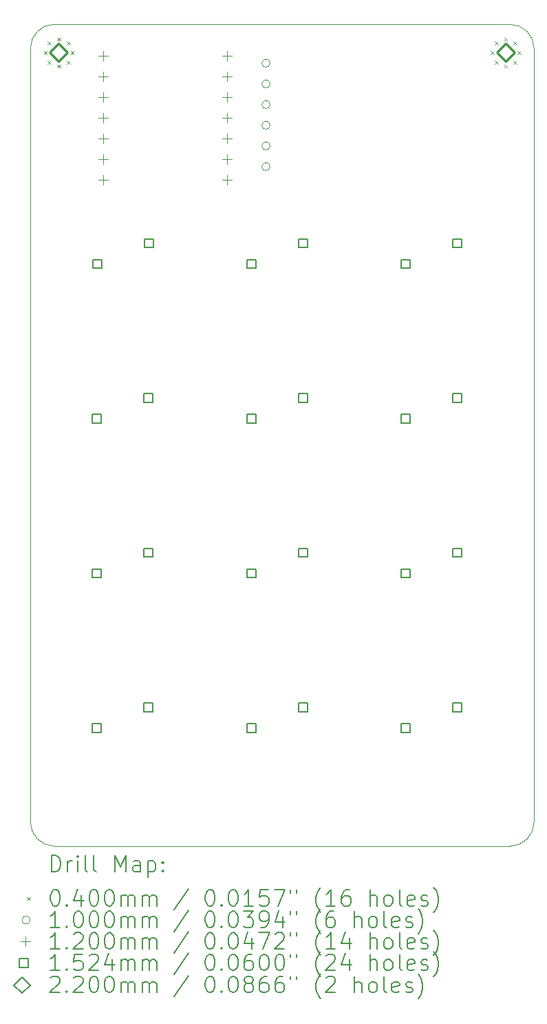
<source format=gbr>
%TF.GenerationSoftware,KiCad,Pcbnew,8.0.0*%
%TF.CreationDate,2024-03-18T12:56:35-04:00*%
%TF.ProjectId,mmp,6d6d702e-6b69-4636-9164-5f7063625858,rev?*%
%TF.SameCoordinates,Original*%
%TF.FileFunction,Drillmap*%
%TF.FilePolarity,Positive*%
%FSLAX45Y45*%
G04 Gerber Fmt 4.5, Leading zero omitted, Abs format (unit mm)*
G04 Created by KiCad (PCBNEW 8.0.0) date 2024-03-18 12:56:35*
%MOMM*%
%LPD*%
G01*
G04 APERTURE LIST*
%ADD10C,0.050000*%
%ADD11C,0.200000*%
%ADD12C,0.100000*%
%ADD13C,0.120000*%
%ADD14C,0.152400*%
%ADD15C,0.220000*%
G04 APERTURE END LIST*
D10*
X9600000Y-3700000D02*
X15200000Y-3700000D01*
X9600000Y-13800000D02*
G75*
G02*
X9300000Y-13500000I0J300000D01*
G01*
X9300000Y-13500000D02*
X9300000Y-4000000D01*
X15200000Y-13800000D02*
X9600000Y-13800000D01*
X15500000Y-13500000D02*
G75*
G02*
X15200000Y-13800000I-300000J0D01*
G01*
X15500000Y-4000000D02*
X15500000Y-13500000D01*
X9300000Y-4000000D02*
G75*
G02*
X9600000Y-3700000I300000J0D01*
G01*
X15200000Y-3700000D02*
G75*
G02*
X15500000Y-4000000I0J-300000D01*
G01*
D11*
D12*
X9465000Y-4030000D02*
X9505000Y-4070000D01*
X9505000Y-4030000D02*
X9465000Y-4070000D01*
X9513327Y-3913327D02*
X9553327Y-3953327D01*
X9553327Y-3913327D02*
X9513327Y-3953327D01*
X9513327Y-4146673D02*
X9553327Y-4186673D01*
X9553327Y-4146673D02*
X9513327Y-4186673D01*
X9630000Y-3865000D02*
X9670000Y-3905000D01*
X9670000Y-3865000D02*
X9630000Y-3905000D01*
X9630000Y-4195000D02*
X9670000Y-4235000D01*
X9670000Y-4195000D02*
X9630000Y-4235000D01*
X9746673Y-3913327D02*
X9786673Y-3953327D01*
X9786673Y-3913327D02*
X9746673Y-3953327D01*
X9746673Y-4146673D02*
X9786673Y-4186673D01*
X9786673Y-4146673D02*
X9746673Y-4186673D01*
X9795000Y-4030000D02*
X9835000Y-4070000D01*
X9835000Y-4030000D02*
X9795000Y-4070000D01*
X14965000Y-4030000D02*
X15005000Y-4070000D01*
X15005000Y-4030000D02*
X14965000Y-4070000D01*
X15013327Y-3913327D02*
X15053327Y-3953327D01*
X15053327Y-3913327D02*
X15013327Y-3953327D01*
X15013327Y-4146673D02*
X15053327Y-4186673D01*
X15053327Y-4146673D02*
X15013327Y-4186673D01*
X15130000Y-3865000D02*
X15170000Y-3905000D01*
X15170000Y-3865000D02*
X15130000Y-3905000D01*
X15130000Y-4195000D02*
X15170000Y-4235000D01*
X15170000Y-4195000D02*
X15130000Y-4235000D01*
X15246673Y-3913327D02*
X15286673Y-3953327D01*
X15286673Y-3913327D02*
X15246673Y-3953327D01*
X15246673Y-4146673D02*
X15286673Y-4186673D01*
X15286673Y-4146673D02*
X15246673Y-4186673D01*
X15295000Y-4030000D02*
X15335000Y-4070000D01*
X15335000Y-4030000D02*
X15295000Y-4070000D01*
X12250000Y-4180000D02*
G75*
G02*
X12150000Y-4180000I-50000J0D01*
G01*
X12150000Y-4180000D02*
G75*
G02*
X12250000Y-4180000I50000J0D01*
G01*
X12250000Y-4434000D02*
G75*
G02*
X12150000Y-4434000I-50000J0D01*
G01*
X12150000Y-4434000D02*
G75*
G02*
X12250000Y-4434000I50000J0D01*
G01*
X12250000Y-4688000D02*
G75*
G02*
X12150000Y-4688000I-50000J0D01*
G01*
X12150000Y-4688000D02*
G75*
G02*
X12250000Y-4688000I50000J0D01*
G01*
X12250000Y-4942000D02*
G75*
G02*
X12150000Y-4942000I-50000J0D01*
G01*
X12150000Y-4942000D02*
G75*
G02*
X12250000Y-4942000I50000J0D01*
G01*
X12250000Y-5196000D02*
G75*
G02*
X12150000Y-5196000I-50000J0D01*
G01*
X12150000Y-5196000D02*
G75*
G02*
X12250000Y-5196000I50000J0D01*
G01*
X12250000Y-5450000D02*
G75*
G02*
X12150000Y-5450000I-50000J0D01*
G01*
X12150000Y-5450000D02*
G75*
G02*
X12250000Y-5450000I50000J0D01*
G01*
D13*
X10200000Y-4028000D02*
X10200000Y-4148000D01*
X10140000Y-4088000D02*
X10260000Y-4088000D01*
X10200000Y-4282000D02*
X10200000Y-4402000D01*
X10140000Y-4342000D02*
X10260000Y-4342000D01*
X10200000Y-4536000D02*
X10200000Y-4656000D01*
X10140000Y-4596000D02*
X10260000Y-4596000D01*
X10200000Y-4790000D02*
X10200000Y-4910000D01*
X10140000Y-4850000D02*
X10260000Y-4850000D01*
X10200000Y-5044000D02*
X10200000Y-5164000D01*
X10140000Y-5104000D02*
X10260000Y-5104000D01*
X10200000Y-5298000D02*
X10200000Y-5418000D01*
X10140000Y-5358000D02*
X10260000Y-5358000D01*
X10200000Y-5552000D02*
X10200000Y-5672000D01*
X10140000Y-5612000D02*
X10260000Y-5612000D01*
X11724000Y-4028000D02*
X11724000Y-4148000D01*
X11664000Y-4088000D02*
X11784000Y-4088000D01*
X11724000Y-4282000D02*
X11724000Y-4402000D01*
X11664000Y-4342000D02*
X11784000Y-4342000D01*
X11724000Y-4536000D02*
X11724000Y-4656000D01*
X11664000Y-4596000D02*
X11784000Y-4596000D01*
X11724000Y-4790000D02*
X11724000Y-4910000D01*
X11664000Y-4850000D02*
X11784000Y-4850000D01*
X11724000Y-5044000D02*
X11724000Y-5164000D01*
X11664000Y-5104000D02*
X11784000Y-5104000D01*
X11724000Y-5298000D02*
X11724000Y-5418000D01*
X11664000Y-5358000D02*
X11784000Y-5358000D01*
X11724000Y-5552000D02*
X11724000Y-5672000D01*
X11664000Y-5612000D02*
X11784000Y-5612000D01*
D14*
X10172882Y-8599882D02*
X10172882Y-8492118D01*
X10065118Y-8492118D01*
X10065118Y-8599882D01*
X10172882Y-8599882D01*
X10172882Y-10499882D02*
X10172882Y-10392118D01*
X10065118Y-10392118D01*
X10065118Y-10499882D01*
X10172882Y-10499882D01*
X10172882Y-12399882D02*
X10172882Y-12292118D01*
X10065118Y-12292118D01*
X10065118Y-12399882D01*
X10172882Y-12399882D01*
X10180882Y-6699882D02*
X10180882Y-6592118D01*
X10073118Y-6592118D01*
X10073118Y-6699882D01*
X10180882Y-6699882D01*
X10807882Y-8345882D02*
X10807882Y-8238118D01*
X10700118Y-8238118D01*
X10700118Y-8345882D01*
X10807882Y-8345882D01*
X10807882Y-10245882D02*
X10807882Y-10138118D01*
X10700118Y-10138118D01*
X10700118Y-10245882D01*
X10807882Y-10245882D01*
X10807882Y-12145882D02*
X10807882Y-12038118D01*
X10700118Y-12038118D01*
X10700118Y-12145882D01*
X10807882Y-12145882D01*
X10815882Y-6445882D02*
X10815882Y-6338118D01*
X10708118Y-6338118D01*
X10708118Y-6445882D01*
X10815882Y-6445882D01*
X12072882Y-6699882D02*
X12072882Y-6592118D01*
X11965118Y-6592118D01*
X11965118Y-6699882D01*
X12072882Y-6699882D01*
X12072882Y-8599882D02*
X12072882Y-8492118D01*
X11965118Y-8492118D01*
X11965118Y-8599882D01*
X12072882Y-8599882D01*
X12072882Y-10499882D02*
X12072882Y-10392118D01*
X11965118Y-10392118D01*
X11965118Y-10499882D01*
X12072882Y-10499882D01*
X12072882Y-12399882D02*
X12072882Y-12292118D01*
X11965118Y-12292118D01*
X11965118Y-12399882D01*
X12072882Y-12399882D01*
X12707882Y-6445882D02*
X12707882Y-6338118D01*
X12600118Y-6338118D01*
X12600118Y-6445882D01*
X12707882Y-6445882D01*
X12707882Y-8345882D02*
X12707882Y-8238118D01*
X12600118Y-8238118D01*
X12600118Y-8345882D01*
X12707882Y-8345882D01*
X12707882Y-10245882D02*
X12707882Y-10138118D01*
X12600118Y-10138118D01*
X12600118Y-10245882D01*
X12707882Y-10245882D01*
X12707882Y-12145882D02*
X12707882Y-12038118D01*
X12600118Y-12038118D01*
X12600118Y-12145882D01*
X12707882Y-12145882D01*
X13972882Y-6699882D02*
X13972882Y-6592118D01*
X13865118Y-6592118D01*
X13865118Y-6699882D01*
X13972882Y-6699882D01*
X13972882Y-8599882D02*
X13972882Y-8492118D01*
X13865118Y-8492118D01*
X13865118Y-8599882D01*
X13972882Y-8599882D01*
X13972882Y-10499882D02*
X13972882Y-10392118D01*
X13865118Y-10392118D01*
X13865118Y-10499882D01*
X13972882Y-10499882D01*
X13972882Y-12399882D02*
X13972882Y-12292118D01*
X13865118Y-12292118D01*
X13865118Y-12399882D01*
X13972882Y-12399882D01*
X14607882Y-6445882D02*
X14607882Y-6338118D01*
X14500118Y-6338118D01*
X14500118Y-6445882D01*
X14607882Y-6445882D01*
X14607882Y-8345882D02*
X14607882Y-8238118D01*
X14500118Y-8238118D01*
X14500118Y-8345882D01*
X14607882Y-8345882D01*
X14607882Y-10245882D02*
X14607882Y-10138118D01*
X14500118Y-10138118D01*
X14500118Y-10245882D01*
X14607882Y-10245882D01*
X14607882Y-12145882D02*
X14607882Y-12038118D01*
X14500118Y-12038118D01*
X14500118Y-12145882D01*
X14607882Y-12145882D01*
D15*
X9650000Y-4160000D02*
X9760000Y-4050000D01*
X9650000Y-3940000D01*
X9540000Y-4050000D01*
X9650000Y-4160000D01*
X15150000Y-4160000D02*
X15260000Y-4050000D01*
X15150000Y-3940000D01*
X15040000Y-4050000D01*
X15150000Y-4160000D01*
D11*
X9558277Y-14113984D02*
X9558277Y-13913984D01*
X9558277Y-13913984D02*
X9605896Y-13913984D01*
X9605896Y-13913984D02*
X9634467Y-13923508D01*
X9634467Y-13923508D02*
X9653515Y-13942555D01*
X9653515Y-13942555D02*
X9663039Y-13961603D01*
X9663039Y-13961603D02*
X9672563Y-13999698D01*
X9672563Y-13999698D02*
X9672563Y-14028269D01*
X9672563Y-14028269D02*
X9663039Y-14066365D01*
X9663039Y-14066365D02*
X9653515Y-14085412D01*
X9653515Y-14085412D02*
X9634467Y-14104460D01*
X9634467Y-14104460D02*
X9605896Y-14113984D01*
X9605896Y-14113984D02*
X9558277Y-14113984D01*
X9758277Y-14113984D02*
X9758277Y-13980650D01*
X9758277Y-14018746D02*
X9767801Y-13999698D01*
X9767801Y-13999698D02*
X9777324Y-13990174D01*
X9777324Y-13990174D02*
X9796372Y-13980650D01*
X9796372Y-13980650D02*
X9815420Y-13980650D01*
X9882086Y-14113984D02*
X9882086Y-13980650D01*
X9882086Y-13913984D02*
X9872563Y-13923508D01*
X9872563Y-13923508D02*
X9882086Y-13933031D01*
X9882086Y-13933031D02*
X9891610Y-13923508D01*
X9891610Y-13923508D02*
X9882086Y-13913984D01*
X9882086Y-13913984D02*
X9882086Y-13933031D01*
X10005896Y-14113984D02*
X9986848Y-14104460D01*
X9986848Y-14104460D02*
X9977324Y-14085412D01*
X9977324Y-14085412D02*
X9977324Y-13913984D01*
X10110658Y-14113984D02*
X10091610Y-14104460D01*
X10091610Y-14104460D02*
X10082086Y-14085412D01*
X10082086Y-14085412D02*
X10082086Y-13913984D01*
X10339229Y-14113984D02*
X10339229Y-13913984D01*
X10339229Y-13913984D02*
X10405896Y-14056841D01*
X10405896Y-14056841D02*
X10472563Y-13913984D01*
X10472563Y-13913984D02*
X10472563Y-14113984D01*
X10653515Y-14113984D02*
X10653515Y-14009222D01*
X10653515Y-14009222D02*
X10643991Y-13990174D01*
X10643991Y-13990174D02*
X10624944Y-13980650D01*
X10624944Y-13980650D02*
X10586848Y-13980650D01*
X10586848Y-13980650D02*
X10567801Y-13990174D01*
X10653515Y-14104460D02*
X10634467Y-14113984D01*
X10634467Y-14113984D02*
X10586848Y-14113984D01*
X10586848Y-14113984D02*
X10567801Y-14104460D01*
X10567801Y-14104460D02*
X10558277Y-14085412D01*
X10558277Y-14085412D02*
X10558277Y-14066365D01*
X10558277Y-14066365D02*
X10567801Y-14047317D01*
X10567801Y-14047317D02*
X10586848Y-14037793D01*
X10586848Y-14037793D02*
X10634467Y-14037793D01*
X10634467Y-14037793D02*
X10653515Y-14028269D01*
X10748753Y-13980650D02*
X10748753Y-14180650D01*
X10748753Y-13990174D02*
X10767801Y-13980650D01*
X10767801Y-13980650D02*
X10805896Y-13980650D01*
X10805896Y-13980650D02*
X10824944Y-13990174D01*
X10824944Y-13990174D02*
X10834467Y-13999698D01*
X10834467Y-13999698D02*
X10843991Y-14018746D01*
X10843991Y-14018746D02*
X10843991Y-14075888D01*
X10843991Y-14075888D02*
X10834467Y-14094936D01*
X10834467Y-14094936D02*
X10824944Y-14104460D01*
X10824944Y-14104460D02*
X10805896Y-14113984D01*
X10805896Y-14113984D02*
X10767801Y-14113984D01*
X10767801Y-14113984D02*
X10748753Y-14104460D01*
X10929705Y-14094936D02*
X10939229Y-14104460D01*
X10939229Y-14104460D02*
X10929705Y-14113984D01*
X10929705Y-14113984D02*
X10920182Y-14104460D01*
X10920182Y-14104460D02*
X10929705Y-14094936D01*
X10929705Y-14094936D02*
X10929705Y-14113984D01*
X10929705Y-13990174D02*
X10939229Y-13999698D01*
X10939229Y-13999698D02*
X10929705Y-14009222D01*
X10929705Y-14009222D02*
X10920182Y-13999698D01*
X10920182Y-13999698D02*
X10929705Y-13990174D01*
X10929705Y-13990174D02*
X10929705Y-14009222D01*
D12*
X9257500Y-14422500D02*
X9297500Y-14462500D01*
X9297500Y-14422500D02*
X9257500Y-14462500D01*
D11*
X9596372Y-14333984D02*
X9615420Y-14333984D01*
X9615420Y-14333984D02*
X9634467Y-14343508D01*
X9634467Y-14343508D02*
X9643991Y-14353031D01*
X9643991Y-14353031D02*
X9653515Y-14372079D01*
X9653515Y-14372079D02*
X9663039Y-14410174D01*
X9663039Y-14410174D02*
X9663039Y-14457793D01*
X9663039Y-14457793D02*
X9653515Y-14495888D01*
X9653515Y-14495888D02*
X9643991Y-14514936D01*
X9643991Y-14514936D02*
X9634467Y-14524460D01*
X9634467Y-14524460D02*
X9615420Y-14533984D01*
X9615420Y-14533984D02*
X9596372Y-14533984D01*
X9596372Y-14533984D02*
X9577324Y-14524460D01*
X9577324Y-14524460D02*
X9567801Y-14514936D01*
X9567801Y-14514936D02*
X9558277Y-14495888D01*
X9558277Y-14495888D02*
X9548753Y-14457793D01*
X9548753Y-14457793D02*
X9548753Y-14410174D01*
X9548753Y-14410174D02*
X9558277Y-14372079D01*
X9558277Y-14372079D02*
X9567801Y-14353031D01*
X9567801Y-14353031D02*
X9577324Y-14343508D01*
X9577324Y-14343508D02*
X9596372Y-14333984D01*
X9748753Y-14514936D02*
X9758277Y-14524460D01*
X9758277Y-14524460D02*
X9748753Y-14533984D01*
X9748753Y-14533984D02*
X9739229Y-14524460D01*
X9739229Y-14524460D02*
X9748753Y-14514936D01*
X9748753Y-14514936D02*
X9748753Y-14533984D01*
X9929705Y-14400650D02*
X9929705Y-14533984D01*
X9882086Y-14324460D02*
X9834467Y-14467317D01*
X9834467Y-14467317D02*
X9958277Y-14467317D01*
X10072563Y-14333984D02*
X10091610Y-14333984D01*
X10091610Y-14333984D02*
X10110658Y-14343508D01*
X10110658Y-14343508D02*
X10120182Y-14353031D01*
X10120182Y-14353031D02*
X10129705Y-14372079D01*
X10129705Y-14372079D02*
X10139229Y-14410174D01*
X10139229Y-14410174D02*
X10139229Y-14457793D01*
X10139229Y-14457793D02*
X10129705Y-14495888D01*
X10129705Y-14495888D02*
X10120182Y-14514936D01*
X10120182Y-14514936D02*
X10110658Y-14524460D01*
X10110658Y-14524460D02*
X10091610Y-14533984D01*
X10091610Y-14533984D02*
X10072563Y-14533984D01*
X10072563Y-14533984D02*
X10053515Y-14524460D01*
X10053515Y-14524460D02*
X10043991Y-14514936D01*
X10043991Y-14514936D02*
X10034467Y-14495888D01*
X10034467Y-14495888D02*
X10024944Y-14457793D01*
X10024944Y-14457793D02*
X10024944Y-14410174D01*
X10024944Y-14410174D02*
X10034467Y-14372079D01*
X10034467Y-14372079D02*
X10043991Y-14353031D01*
X10043991Y-14353031D02*
X10053515Y-14343508D01*
X10053515Y-14343508D02*
X10072563Y-14333984D01*
X10263039Y-14333984D02*
X10282086Y-14333984D01*
X10282086Y-14333984D02*
X10301134Y-14343508D01*
X10301134Y-14343508D02*
X10310658Y-14353031D01*
X10310658Y-14353031D02*
X10320182Y-14372079D01*
X10320182Y-14372079D02*
X10329705Y-14410174D01*
X10329705Y-14410174D02*
X10329705Y-14457793D01*
X10329705Y-14457793D02*
X10320182Y-14495888D01*
X10320182Y-14495888D02*
X10310658Y-14514936D01*
X10310658Y-14514936D02*
X10301134Y-14524460D01*
X10301134Y-14524460D02*
X10282086Y-14533984D01*
X10282086Y-14533984D02*
X10263039Y-14533984D01*
X10263039Y-14533984D02*
X10243991Y-14524460D01*
X10243991Y-14524460D02*
X10234467Y-14514936D01*
X10234467Y-14514936D02*
X10224944Y-14495888D01*
X10224944Y-14495888D02*
X10215420Y-14457793D01*
X10215420Y-14457793D02*
X10215420Y-14410174D01*
X10215420Y-14410174D02*
X10224944Y-14372079D01*
X10224944Y-14372079D02*
X10234467Y-14353031D01*
X10234467Y-14353031D02*
X10243991Y-14343508D01*
X10243991Y-14343508D02*
X10263039Y-14333984D01*
X10415420Y-14533984D02*
X10415420Y-14400650D01*
X10415420Y-14419698D02*
X10424944Y-14410174D01*
X10424944Y-14410174D02*
X10443991Y-14400650D01*
X10443991Y-14400650D02*
X10472563Y-14400650D01*
X10472563Y-14400650D02*
X10491610Y-14410174D01*
X10491610Y-14410174D02*
X10501134Y-14429222D01*
X10501134Y-14429222D02*
X10501134Y-14533984D01*
X10501134Y-14429222D02*
X10510658Y-14410174D01*
X10510658Y-14410174D02*
X10529705Y-14400650D01*
X10529705Y-14400650D02*
X10558277Y-14400650D01*
X10558277Y-14400650D02*
X10577325Y-14410174D01*
X10577325Y-14410174D02*
X10586848Y-14429222D01*
X10586848Y-14429222D02*
X10586848Y-14533984D01*
X10682086Y-14533984D02*
X10682086Y-14400650D01*
X10682086Y-14419698D02*
X10691610Y-14410174D01*
X10691610Y-14410174D02*
X10710658Y-14400650D01*
X10710658Y-14400650D02*
X10739229Y-14400650D01*
X10739229Y-14400650D02*
X10758277Y-14410174D01*
X10758277Y-14410174D02*
X10767801Y-14429222D01*
X10767801Y-14429222D02*
X10767801Y-14533984D01*
X10767801Y-14429222D02*
X10777325Y-14410174D01*
X10777325Y-14410174D02*
X10796372Y-14400650D01*
X10796372Y-14400650D02*
X10824944Y-14400650D01*
X10824944Y-14400650D02*
X10843991Y-14410174D01*
X10843991Y-14410174D02*
X10853515Y-14429222D01*
X10853515Y-14429222D02*
X10853515Y-14533984D01*
X11243991Y-14324460D02*
X11072563Y-14581603D01*
X11501134Y-14333984D02*
X11520182Y-14333984D01*
X11520182Y-14333984D02*
X11539229Y-14343508D01*
X11539229Y-14343508D02*
X11548753Y-14353031D01*
X11548753Y-14353031D02*
X11558277Y-14372079D01*
X11558277Y-14372079D02*
X11567801Y-14410174D01*
X11567801Y-14410174D02*
X11567801Y-14457793D01*
X11567801Y-14457793D02*
X11558277Y-14495888D01*
X11558277Y-14495888D02*
X11548753Y-14514936D01*
X11548753Y-14514936D02*
X11539229Y-14524460D01*
X11539229Y-14524460D02*
X11520182Y-14533984D01*
X11520182Y-14533984D02*
X11501134Y-14533984D01*
X11501134Y-14533984D02*
X11482086Y-14524460D01*
X11482086Y-14524460D02*
X11472563Y-14514936D01*
X11472563Y-14514936D02*
X11463039Y-14495888D01*
X11463039Y-14495888D02*
X11453515Y-14457793D01*
X11453515Y-14457793D02*
X11453515Y-14410174D01*
X11453515Y-14410174D02*
X11463039Y-14372079D01*
X11463039Y-14372079D02*
X11472563Y-14353031D01*
X11472563Y-14353031D02*
X11482086Y-14343508D01*
X11482086Y-14343508D02*
X11501134Y-14333984D01*
X11653515Y-14514936D02*
X11663039Y-14524460D01*
X11663039Y-14524460D02*
X11653515Y-14533984D01*
X11653515Y-14533984D02*
X11643991Y-14524460D01*
X11643991Y-14524460D02*
X11653515Y-14514936D01*
X11653515Y-14514936D02*
X11653515Y-14533984D01*
X11786848Y-14333984D02*
X11805896Y-14333984D01*
X11805896Y-14333984D02*
X11824944Y-14343508D01*
X11824944Y-14343508D02*
X11834467Y-14353031D01*
X11834467Y-14353031D02*
X11843991Y-14372079D01*
X11843991Y-14372079D02*
X11853515Y-14410174D01*
X11853515Y-14410174D02*
X11853515Y-14457793D01*
X11853515Y-14457793D02*
X11843991Y-14495888D01*
X11843991Y-14495888D02*
X11834467Y-14514936D01*
X11834467Y-14514936D02*
X11824944Y-14524460D01*
X11824944Y-14524460D02*
X11805896Y-14533984D01*
X11805896Y-14533984D02*
X11786848Y-14533984D01*
X11786848Y-14533984D02*
X11767801Y-14524460D01*
X11767801Y-14524460D02*
X11758277Y-14514936D01*
X11758277Y-14514936D02*
X11748753Y-14495888D01*
X11748753Y-14495888D02*
X11739229Y-14457793D01*
X11739229Y-14457793D02*
X11739229Y-14410174D01*
X11739229Y-14410174D02*
X11748753Y-14372079D01*
X11748753Y-14372079D02*
X11758277Y-14353031D01*
X11758277Y-14353031D02*
X11767801Y-14343508D01*
X11767801Y-14343508D02*
X11786848Y-14333984D01*
X12043991Y-14533984D02*
X11929706Y-14533984D01*
X11986848Y-14533984D02*
X11986848Y-14333984D01*
X11986848Y-14333984D02*
X11967801Y-14362555D01*
X11967801Y-14362555D02*
X11948753Y-14381603D01*
X11948753Y-14381603D02*
X11929706Y-14391127D01*
X12224944Y-14333984D02*
X12129706Y-14333984D01*
X12129706Y-14333984D02*
X12120182Y-14429222D01*
X12120182Y-14429222D02*
X12129706Y-14419698D01*
X12129706Y-14419698D02*
X12148753Y-14410174D01*
X12148753Y-14410174D02*
X12196372Y-14410174D01*
X12196372Y-14410174D02*
X12215420Y-14419698D01*
X12215420Y-14419698D02*
X12224944Y-14429222D01*
X12224944Y-14429222D02*
X12234467Y-14448269D01*
X12234467Y-14448269D02*
X12234467Y-14495888D01*
X12234467Y-14495888D02*
X12224944Y-14514936D01*
X12224944Y-14514936D02*
X12215420Y-14524460D01*
X12215420Y-14524460D02*
X12196372Y-14533984D01*
X12196372Y-14533984D02*
X12148753Y-14533984D01*
X12148753Y-14533984D02*
X12129706Y-14524460D01*
X12129706Y-14524460D02*
X12120182Y-14514936D01*
X12301134Y-14333984D02*
X12434467Y-14333984D01*
X12434467Y-14333984D02*
X12348753Y-14533984D01*
X12501134Y-14333984D02*
X12501134Y-14372079D01*
X12577325Y-14333984D02*
X12577325Y-14372079D01*
X12872563Y-14610174D02*
X12863039Y-14600650D01*
X12863039Y-14600650D02*
X12843991Y-14572079D01*
X12843991Y-14572079D02*
X12834468Y-14553031D01*
X12834468Y-14553031D02*
X12824944Y-14524460D01*
X12824944Y-14524460D02*
X12815420Y-14476841D01*
X12815420Y-14476841D02*
X12815420Y-14438746D01*
X12815420Y-14438746D02*
X12824944Y-14391127D01*
X12824944Y-14391127D02*
X12834468Y-14362555D01*
X12834468Y-14362555D02*
X12843991Y-14343508D01*
X12843991Y-14343508D02*
X12863039Y-14314936D01*
X12863039Y-14314936D02*
X12872563Y-14305412D01*
X13053515Y-14533984D02*
X12939229Y-14533984D01*
X12996372Y-14533984D02*
X12996372Y-14333984D01*
X12996372Y-14333984D02*
X12977325Y-14362555D01*
X12977325Y-14362555D02*
X12958277Y-14381603D01*
X12958277Y-14381603D02*
X12939229Y-14391127D01*
X13224944Y-14333984D02*
X13186848Y-14333984D01*
X13186848Y-14333984D02*
X13167801Y-14343508D01*
X13167801Y-14343508D02*
X13158277Y-14353031D01*
X13158277Y-14353031D02*
X13139229Y-14381603D01*
X13139229Y-14381603D02*
X13129706Y-14419698D01*
X13129706Y-14419698D02*
X13129706Y-14495888D01*
X13129706Y-14495888D02*
X13139229Y-14514936D01*
X13139229Y-14514936D02*
X13148753Y-14524460D01*
X13148753Y-14524460D02*
X13167801Y-14533984D01*
X13167801Y-14533984D02*
X13205896Y-14533984D01*
X13205896Y-14533984D02*
X13224944Y-14524460D01*
X13224944Y-14524460D02*
X13234468Y-14514936D01*
X13234468Y-14514936D02*
X13243991Y-14495888D01*
X13243991Y-14495888D02*
X13243991Y-14448269D01*
X13243991Y-14448269D02*
X13234468Y-14429222D01*
X13234468Y-14429222D02*
X13224944Y-14419698D01*
X13224944Y-14419698D02*
X13205896Y-14410174D01*
X13205896Y-14410174D02*
X13167801Y-14410174D01*
X13167801Y-14410174D02*
X13148753Y-14419698D01*
X13148753Y-14419698D02*
X13139229Y-14429222D01*
X13139229Y-14429222D02*
X13129706Y-14448269D01*
X13482087Y-14533984D02*
X13482087Y-14333984D01*
X13567801Y-14533984D02*
X13567801Y-14429222D01*
X13567801Y-14429222D02*
X13558277Y-14410174D01*
X13558277Y-14410174D02*
X13539230Y-14400650D01*
X13539230Y-14400650D02*
X13510658Y-14400650D01*
X13510658Y-14400650D02*
X13491610Y-14410174D01*
X13491610Y-14410174D02*
X13482087Y-14419698D01*
X13691610Y-14533984D02*
X13672563Y-14524460D01*
X13672563Y-14524460D02*
X13663039Y-14514936D01*
X13663039Y-14514936D02*
X13653515Y-14495888D01*
X13653515Y-14495888D02*
X13653515Y-14438746D01*
X13653515Y-14438746D02*
X13663039Y-14419698D01*
X13663039Y-14419698D02*
X13672563Y-14410174D01*
X13672563Y-14410174D02*
X13691610Y-14400650D01*
X13691610Y-14400650D02*
X13720182Y-14400650D01*
X13720182Y-14400650D02*
X13739230Y-14410174D01*
X13739230Y-14410174D02*
X13748753Y-14419698D01*
X13748753Y-14419698D02*
X13758277Y-14438746D01*
X13758277Y-14438746D02*
X13758277Y-14495888D01*
X13758277Y-14495888D02*
X13748753Y-14514936D01*
X13748753Y-14514936D02*
X13739230Y-14524460D01*
X13739230Y-14524460D02*
X13720182Y-14533984D01*
X13720182Y-14533984D02*
X13691610Y-14533984D01*
X13872563Y-14533984D02*
X13853515Y-14524460D01*
X13853515Y-14524460D02*
X13843991Y-14505412D01*
X13843991Y-14505412D02*
X13843991Y-14333984D01*
X14024944Y-14524460D02*
X14005896Y-14533984D01*
X14005896Y-14533984D02*
X13967801Y-14533984D01*
X13967801Y-14533984D02*
X13948753Y-14524460D01*
X13948753Y-14524460D02*
X13939230Y-14505412D01*
X13939230Y-14505412D02*
X13939230Y-14429222D01*
X13939230Y-14429222D02*
X13948753Y-14410174D01*
X13948753Y-14410174D02*
X13967801Y-14400650D01*
X13967801Y-14400650D02*
X14005896Y-14400650D01*
X14005896Y-14400650D02*
X14024944Y-14410174D01*
X14024944Y-14410174D02*
X14034468Y-14429222D01*
X14034468Y-14429222D02*
X14034468Y-14448269D01*
X14034468Y-14448269D02*
X13939230Y-14467317D01*
X14110658Y-14524460D02*
X14129706Y-14533984D01*
X14129706Y-14533984D02*
X14167801Y-14533984D01*
X14167801Y-14533984D02*
X14186849Y-14524460D01*
X14186849Y-14524460D02*
X14196372Y-14505412D01*
X14196372Y-14505412D02*
X14196372Y-14495888D01*
X14196372Y-14495888D02*
X14186849Y-14476841D01*
X14186849Y-14476841D02*
X14167801Y-14467317D01*
X14167801Y-14467317D02*
X14139230Y-14467317D01*
X14139230Y-14467317D02*
X14120182Y-14457793D01*
X14120182Y-14457793D02*
X14110658Y-14438746D01*
X14110658Y-14438746D02*
X14110658Y-14429222D01*
X14110658Y-14429222D02*
X14120182Y-14410174D01*
X14120182Y-14410174D02*
X14139230Y-14400650D01*
X14139230Y-14400650D02*
X14167801Y-14400650D01*
X14167801Y-14400650D02*
X14186849Y-14410174D01*
X14263039Y-14610174D02*
X14272563Y-14600650D01*
X14272563Y-14600650D02*
X14291611Y-14572079D01*
X14291611Y-14572079D02*
X14301134Y-14553031D01*
X14301134Y-14553031D02*
X14310658Y-14524460D01*
X14310658Y-14524460D02*
X14320182Y-14476841D01*
X14320182Y-14476841D02*
X14320182Y-14438746D01*
X14320182Y-14438746D02*
X14310658Y-14391127D01*
X14310658Y-14391127D02*
X14301134Y-14362555D01*
X14301134Y-14362555D02*
X14291611Y-14343508D01*
X14291611Y-14343508D02*
X14272563Y-14314936D01*
X14272563Y-14314936D02*
X14263039Y-14305412D01*
D12*
X9297500Y-14706500D02*
G75*
G02*
X9197500Y-14706500I-50000J0D01*
G01*
X9197500Y-14706500D02*
G75*
G02*
X9297500Y-14706500I50000J0D01*
G01*
D11*
X9663039Y-14797984D02*
X9548753Y-14797984D01*
X9605896Y-14797984D02*
X9605896Y-14597984D01*
X9605896Y-14597984D02*
X9586848Y-14626555D01*
X9586848Y-14626555D02*
X9567801Y-14645603D01*
X9567801Y-14645603D02*
X9548753Y-14655127D01*
X9748753Y-14778936D02*
X9758277Y-14788460D01*
X9758277Y-14788460D02*
X9748753Y-14797984D01*
X9748753Y-14797984D02*
X9739229Y-14788460D01*
X9739229Y-14788460D02*
X9748753Y-14778936D01*
X9748753Y-14778936D02*
X9748753Y-14797984D01*
X9882086Y-14597984D02*
X9901134Y-14597984D01*
X9901134Y-14597984D02*
X9920182Y-14607508D01*
X9920182Y-14607508D02*
X9929705Y-14617031D01*
X9929705Y-14617031D02*
X9939229Y-14636079D01*
X9939229Y-14636079D02*
X9948753Y-14674174D01*
X9948753Y-14674174D02*
X9948753Y-14721793D01*
X9948753Y-14721793D02*
X9939229Y-14759888D01*
X9939229Y-14759888D02*
X9929705Y-14778936D01*
X9929705Y-14778936D02*
X9920182Y-14788460D01*
X9920182Y-14788460D02*
X9901134Y-14797984D01*
X9901134Y-14797984D02*
X9882086Y-14797984D01*
X9882086Y-14797984D02*
X9863039Y-14788460D01*
X9863039Y-14788460D02*
X9853515Y-14778936D01*
X9853515Y-14778936D02*
X9843991Y-14759888D01*
X9843991Y-14759888D02*
X9834467Y-14721793D01*
X9834467Y-14721793D02*
X9834467Y-14674174D01*
X9834467Y-14674174D02*
X9843991Y-14636079D01*
X9843991Y-14636079D02*
X9853515Y-14617031D01*
X9853515Y-14617031D02*
X9863039Y-14607508D01*
X9863039Y-14607508D02*
X9882086Y-14597984D01*
X10072563Y-14597984D02*
X10091610Y-14597984D01*
X10091610Y-14597984D02*
X10110658Y-14607508D01*
X10110658Y-14607508D02*
X10120182Y-14617031D01*
X10120182Y-14617031D02*
X10129705Y-14636079D01*
X10129705Y-14636079D02*
X10139229Y-14674174D01*
X10139229Y-14674174D02*
X10139229Y-14721793D01*
X10139229Y-14721793D02*
X10129705Y-14759888D01*
X10129705Y-14759888D02*
X10120182Y-14778936D01*
X10120182Y-14778936D02*
X10110658Y-14788460D01*
X10110658Y-14788460D02*
X10091610Y-14797984D01*
X10091610Y-14797984D02*
X10072563Y-14797984D01*
X10072563Y-14797984D02*
X10053515Y-14788460D01*
X10053515Y-14788460D02*
X10043991Y-14778936D01*
X10043991Y-14778936D02*
X10034467Y-14759888D01*
X10034467Y-14759888D02*
X10024944Y-14721793D01*
X10024944Y-14721793D02*
X10024944Y-14674174D01*
X10024944Y-14674174D02*
X10034467Y-14636079D01*
X10034467Y-14636079D02*
X10043991Y-14617031D01*
X10043991Y-14617031D02*
X10053515Y-14607508D01*
X10053515Y-14607508D02*
X10072563Y-14597984D01*
X10263039Y-14597984D02*
X10282086Y-14597984D01*
X10282086Y-14597984D02*
X10301134Y-14607508D01*
X10301134Y-14607508D02*
X10310658Y-14617031D01*
X10310658Y-14617031D02*
X10320182Y-14636079D01*
X10320182Y-14636079D02*
X10329705Y-14674174D01*
X10329705Y-14674174D02*
X10329705Y-14721793D01*
X10329705Y-14721793D02*
X10320182Y-14759888D01*
X10320182Y-14759888D02*
X10310658Y-14778936D01*
X10310658Y-14778936D02*
X10301134Y-14788460D01*
X10301134Y-14788460D02*
X10282086Y-14797984D01*
X10282086Y-14797984D02*
X10263039Y-14797984D01*
X10263039Y-14797984D02*
X10243991Y-14788460D01*
X10243991Y-14788460D02*
X10234467Y-14778936D01*
X10234467Y-14778936D02*
X10224944Y-14759888D01*
X10224944Y-14759888D02*
X10215420Y-14721793D01*
X10215420Y-14721793D02*
X10215420Y-14674174D01*
X10215420Y-14674174D02*
X10224944Y-14636079D01*
X10224944Y-14636079D02*
X10234467Y-14617031D01*
X10234467Y-14617031D02*
X10243991Y-14607508D01*
X10243991Y-14607508D02*
X10263039Y-14597984D01*
X10415420Y-14797984D02*
X10415420Y-14664650D01*
X10415420Y-14683698D02*
X10424944Y-14674174D01*
X10424944Y-14674174D02*
X10443991Y-14664650D01*
X10443991Y-14664650D02*
X10472563Y-14664650D01*
X10472563Y-14664650D02*
X10491610Y-14674174D01*
X10491610Y-14674174D02*
X10501134Y-14693222D01*
X10501134Y-14693222D02*
X10501134Y-14797984D01*
X10501134Y-14693222D02*
X10510658Y-14674174D01*
X10510658Y-14674174D02*
X10529705Y-14664650D01*
X10529705Y-14664650D02*
X10558277Y-14664650D01*
X10558277Y-14664650D02*
X10577325Y-14674174D01*
X10577325Y-14674174D02*
X10586848Y-14693222D01*
X10586848Y-14693222D02*
X10586848Y-14797984D01*
X10682086Y-14797984D02*
X10682086Y-14664650D01*
X10682086Y-14683698D02*
X10691610Y-14674174D01*
X10691610Y-14674174D02*
X10710658Y-14664650D01*
X10710658Y-14664650D02*
X10739229Y-14664650D01*
X10739229Y-14664650D02*
X10758277Y-14674174D01*
X10758277Y-14674174D02*
X10767801Y-14693222D01*
X10767801Y-14693222D02*
X10767801Y-14797984D01*
X10767801Y-14693222D02*
X10777325Y-14674174D01*
X10777325Y-14674174D02*
X10796372Y-14664650D01*
X10796372Y-14664650D02*
X10824944Y-14664650D01*
X10824944Y-14664650D02*
X10843991Y-14674174D01*
X10843991Y-14674174D02*
X10853515Y-14693222D01*
X10853515Y-14693222D02*
X10853515Y-14797984D01*
X11243991Y-14588460D02*
X11072563Y-14845603D01*
X11501134Y-14597984D02*
X11520182Y-14597984D01*
X11520182Y-14597984D02*
X11539229Y-14607508D01*
X11539229Y-14607508D02*
X11548753Y-14617031D01*
X11548753Y-14617031D02*
X11558277Y-14636079D01*
X11558277Y-14636079D02*
X11567801Y-14674174D01*
X11567801Y-14674174D02*
X11567801Y-14721793D01*
X11567801Y-14721793D02*
X11558277Y-14759888D01*
X11558277Y-14759888D02*
X11548753Y-14778936D01*
X11548753Y-14778936D02*
X11539229Y-14788460D01*
X11539229Y-14788460D02*
X11520182Y-14797984D01*
X11520182Y-14797984D02*
X11501134Y-14797984D01*
X11501134Y-14797984D02*
X11482086Y-14788460D01*
X11482086Y-14788460D02*
X11472563Y-14778936D01*
X11472563Y-14778936D02*
X11463039Y-14759888D01*
X11463039Y-14759888D02*
X11453515Y-14721793D01*
X11453515Y-14721793D02*
X11453515Y-14674174D01*
X11453515Y-14674174D02*
X11463039Y-14636079D01*
X11463039Y-14636079D02*
X11472563Y-14617031D01*
X11472563Y-14617031D02*
X11482086Y-14607508D01*
X11482086Y-14607508D02*
X11501134Y-14597984D01*
X11653515Y-14778936D02*
X11663039Y-14788460D01*
X11663039Y-14788460D02*
X11653515Y-14797984D01*
X11653515Y-14797984D02*
X11643991Y-14788460D01*
X11643991Y-14788460D02*
X11653515Y-14778936D01*
X11653515Y-14778936D02*
X11653515Y-14797984D01*
X11786848Y-14597984D02*
X11805896Y-14597984D01*
X11805896Y-14597984D02*
X11824944Y-14607508D01*
X11824944Y-14607508D02*
X11834467Y-14617031D01*
X11834467Y-14617031D02*
X11843991Y-14636079D01*
X11843991Y-14636079D02*
X11853515Y-14674174D01*
X11853515Y-14674174D02*
X11853515Y-14721793D01*
X11853515Y-14721793D02*
X11843991Y-14759888D01*
X11843991Y-14759888D02*
X11834467Y-14778936D01*
X11834467Y-14778936D02*
X11824944Y-14788460D01*
X11824944Y-14788460D02*
X11805896Y-14797984D01*
X11805896Y-14797984D02*
X11786848Y-14797984D01*
X11786848Y-14797984D02*
X11767801Y-14788460D01*
X11767801Y-14788460D02*
X11758277Y-14778936D01*
X11758277Y-14778936D02*
X11748753Y-14759888D01*
X11748753Y-14759888D02*
X11739229Y-14721793D01*
X11739229Y-14721793D02*
X11739229Y-14674174D01*
X11739229Y-14674174D02*
X11748753Y-14636079D01*
X11748753Y-14636079D02*
X11758277Y-14617031D01*
X11758277Y-14617031D02*
X11767801Y-14607508D01*
X11767801Y-14607508D02*
X11786848Y-14597984D01*
X11920182Y-14597984D02*
X12043991Y-14597984D01*
X12043991Y-14597984D02*
X11977325Y-14674174D01*
X11977325Y-14674174D02*
X12005896Y-14674174D01*
X12005896Y-14674174D02*
X12024944Y-14683698D01*
X12024944Y-14683698D02*
X12034467Y-14693222D01*
X12034467Y-14693222D02*
X12043991Y-14712269D01*
X12043991Y-14712269D02*
X12043991Y-14759888D01*
X12043991Y-14759888D02*
X12034467Y-14778936D01*
X12034467Y-14778936D02*
X12024944Y-14788460D01*
X12024944Y-14788460D02*
X12005896Y-14797984D01*
X12005896Y-14797984D02*
X11948753Y-14797984D01*
X11948753Y-14797984D02*
X11929706Y-14788460D01*
X11929706Y-14788460D02*
X11920182Y-14778936D01*
X12139229Y-14797984D02*
X12177325Y-14797984D01*
X12177325Y-14797984D02*
X12196372Y-14788460D01*
X12196372Y-14788460D02*
X12205896Y-14778936D01*
X12205896Y-14778936D02*
X12224944Y-14750365D01*
X12224944Y-14750365D02*
X12234467Y-14712269D01*
X12234467Y-14712269D02*
X12234467Y-14636079D01*
X12234467Y-14636079D02*
X12224944Y-14617031D01*
X12224944Y-14617031D02*
X12215420Y-14607508D01*
X12215420Y-14607508D02*
X12196372Y-14597984D01*
X12196372Y-14597984D02*
X12158277Y-14597984D01*
X12158277Y-14597984D02*
X12139229Y-14607508D01*
X12139229Y-14607508D02*
X12129706Y-14617031D01*
X12129706Y-14617031D02*
X12120182Y-14636079D01*
X12120182Y-14636079D02*
X12120182Y-14683698D01*
X12120182Y-14683698D02*
X12129706Y-14702746D01*
X12129706Y-14702746D02*
X12139229Y-14712269D01*
X12139229Y-14712269D02*
X12158277Y-14721793D01*
X12158277Y-14721793D02*
X12196372Y-14721793D01*
X12196372Y-14721793D02*
X12215420Y-14712269D01*
X12215420Y-14712269D02*
X12224944Y-14702746D01*
X12224944Y-14702746D02*
X12234467Y-14683698D01*
X12405896Y-14664650D02*
X12405896Y-14797984D01*
X12358277Y-14588460D02*
X12310658Y-14731317D01*
X12310658Y-14731317D02*
X12434467Y-14731317D01*
X12501134Y-14597984D02*
X12501134Y-14636079D01*
X12577325Y-14597984D02*
X12577325Y-14636079D01*
X12872563Y-14874174D02*
X12863039Y-14864650D01*
X12863039Y-14864650D02*
X12843991Y-14836079D01*
X12843991Y-14836079D02*
X12834468Y-14817031D01*
X12834468Y-14817031D02*
X12824944Y-14788460D01*
X12824944Y-14788460D02*
X12815420Y-14740841D01*
X12815420Y-14740841D02*
X12815420Y-14702746D01*
X12815420Y-14702746D02*
X12824944Y-14655127D01*
X12824944Y-14655127D02*
X12834468Y-14626555D01*
X12834468Y-14626555D02*
X12843991Y-14607508D01*
X12843991Y-14607508D02*
X12863039Y-14578936D01*
X12863039Y-14578936D02*
X12872563Y-14569412D01*
X13034468Y-14597984D02*
X12996372Y-14597984D01*
X12996372Y-14597984D02*
X12977325Y-14607508D01*
X12977325Y-14607508D02*
X12967801Y-14617031D01*
X12967801Y-14617031D02*
X12948753Y-14645603D01*
X12948753Y-14645603D02*
X12939229Y-14683698D01*
X12939229Y-14683698D02*
X12939229Y-14759888D01*
X12939229Y-14759888D02*
X12948753Y-14778936D01*
X12948753Y-14778936D02*
X12958277Y-14788460D01*
X12958277Y-14788460D02*
X12977325Y-14797984D01*
X12977325Y-14797984D02*
X13015420Y-14797984D01*
X13015420Y-14797984D02*
X13034468Y-14788460D01*
X13034468Y-14788460D02*
X13043991Y-14778936D01*
X13043991Y-14778936D02*
X13053515Y-14759888D01*
X13053515Y-14759888D02*
X13053515Y-14712269D01*
X13053515Y-14712269D02*
X13043991Y-14693222D01*
X13043991Y-14693222D02*
X13034468Y-14683698D01*
X13034468Y-14683698D02*
X13015420Y-14674174D01*
X13015420Y-14674174D02*
X12977325Y-14674174D01*
X12977325Y-14674174D02*
X12958277Y-14683698D01*
X12958277Y-14683698D02*
X12948753Y-14693222D01*
X12948753Y-14693222D02*
X12939229Y-14712269D01*
X13291610Y-14797984D02*
X13291610Y-14597984D01*
X13377325Y-14797984D02*
X13377325Y-14693222D01*
X13377325Y-14693222D02*
X13367801Y-14674174D01*
X13367801Y-14674174D02*
X13348753Y-14664650D01*
X13348753Y-14664650D02*
X13320182Y-14664650D01*
X13320182Y-14664650D02*
X13301134Y-14674174D01*
X13301134Y-14674174D02*
X13291610Y-14683698D01*
X13501134Y-14797984D02*
X13482087Y-14788460D01*
X13482087Y-14788460D02*
X13472563Y-14778936D01*
X13472563Y-14778936D02*
X13463039Y-14759888D01*
X13463039Y-14759888D02*
X13463039Y-14702746D01*
X13463039Y-14702746D02*
X13472563Y-14683698D01*
X13472563Y-14683698D02*
X13482087Y-14674174D01*
X13482087Y-14674174D02*
X13501134Y-14664650D01*
X13501134Y-14664650D02*
X13529706Y-14664650D01*
X13529706Y-14664650D02*
X13548753Y-14674174D01*
X13548753Y-14674174D02*
X13558277Y-14683698D01*
X13558277Y-14683698D02*
X13567801Y-14702746D01*
X13567801Y-14702746D02*
X13567801Y-14759888D01*
X13567801Y-14759888D02*
X13558277Y-14778936D01*
X13558277Y-14778936D02*
X13548753Y-14788460D01*
X13548753Y-14788460D02*
X13529706Y-14797984D01*
X13529706Y-14797984D02*
X13501134Y-14797984D01*
X13682087Y-14797984D02*
X13663039Y-14788460D01*
X13663039Y-14788460D02*
X13653515Y-14769412D01*
X13653515Y-14769412D02*
X13653515Y-14597984D01*
X13834468Y-14788460D02*
X13815420Y-14797984D01*
X13815420Y-14797984D02*
X13777325Y-14797984D01*
X13777325Y-14797984D02*
X13758277Y-14788460D01*
X13758277Y-14788460D02*
X13748753Y-14769412D01*
X13748753Y-14769412D02*
X13748753Y-14693222D01*
X13748753Y-14693222D02*
X13758277Y-14674174D01*
X13758277Y-14674174D02*
X13777325Y-14664650D01*
X13777325Y-14664650D02*
X13815420Y-14664650D01*
X13815420Y-14664650D02*
X13834468Y-14674174D01*
X13834468Y-14674174D02*
X13843991Y-14693222D01*
X13843991Y-14693222D02*
X13843991Y-14712269D01*
X13843991Y-14712269D02*
X13748753Y-14731317D01*
X13920182Y-14788460D02*
X13939230Y-14797984D01*
X13939230Y-14797984D02*
X13977325Y-14797984D01*
X13977325Y-14797984D02*
X13996372Y-14788460D01*
X13996372Y-14788460D02*
X14005896Y-14769412D01*
X14005896Y-14769412D02*
X14005896Y-14759888D01*
X14005896Y-14759888D02*
X13996372Y-14740841D01*
X13996372Y-14740841D02*
X13977325Y-14731317D01*
X13977325Y-14731317D02*
X13948753Y-14731317D01*
X13948753Y-14731317D02*
X13929706Y-14721793D01*
X13929706Y-14721793D02*
X13920182Y-14702746D01*
X13920182Y-14702746D02*
X13920182Y-14693222D01*
X13920182Y-14693222D02*
X13929706Y-14674174D01*
X13929706Y-14674174D02*
X13948753Y-14664650D01*
X13948753Y-14664650D02*
X13977325Y-14664650D01*
X13977325Y-14664650D02*
X13996372Y-14674174D01*
X14072563Y-14874174D02*
X14082087Y-14864650D01*
X14082087Y-14864650D02*
X14101134Y-14836079D01*
X14101134Y-14836079D02*
X14110658Y-14817031D01*
X14110658Y-14817031D02*
X14120182Y-14788460D01*
X14120182Y-14788460D02*
X14129706Y-14740841D01*
X14129706Y-14740841D02*
X14129706Y-14702746D01*
X14129706Y-14702746D02*
X14120182Y-14655127D01*
X14120182Y-14655127D02*
X14110658Y-14626555D01*
X14110658Y-14626555D02*
X14101134Y-14607508D01*
X14101134Y-14607508D02*
X14082087Y-14578936D01*
X14082087Y-14578936D02*
X14072563Y-14569412D01*
D13*
X9237500Y-14910500D02*
X9237500Y-15030500D01*
X9177500Y-14970500D02*
X9297500Y-14970500D01*
D11*
X9663039Y-15061984D02*
X9548753Y-15061984D01*
X9605896Y-15061984D02*
X9605896Y-14861984D01*
X9605896Y-14861984D02*
X9586848Y-14890555D01*
X9586848Y-14890555D02*
X9567801Y-14909603D01*
X9567801Y-14909603D02*
X9548753Y-14919127D01*
X9748753Y-15042936D02*
X9758277Y-15052460D01*
X9758277Y-15052460D02*
X9748753Y-15061984D01*
X9748753Y-15061984D02*
X9739229Y-15052460D01*
X9739229Y-15052460D02*
X9748753Y-15042936D01*
X9748753Y-15042936D02*
X9748753Y-15061984D01*
X9834467Y-14881031D02*
X9843991Y-14871508D01*
X9843991Y-14871508D02*
X9863039Y-14861984D01*
X9863039Y-14861984D02*
X9910658Y-14861984D01*
X9910658Y-14861984D02*
X9929705Y-14871508D01*
X9929705Y-14871508D02*
X9939229Y-14881031D01*
X9939229Y-14881031D02*
X9948753Y-14900079D01*
X9948753Y-14900079D02*
X9948753Y-14919127D01*
X9948753Y-14919127D02*
X9939229Y-14947698D01*
X9939229Y-14947698D02*
X9824944Y-15061984D01*
X9824944Y-15061984D02*
X9948753Y-15061984D01*
X10072563Y-14861984D02*
X10091610Y-14861984D01*
X10091610Y-14861984D02*
X10110658Y-14871508D01*
X10110658Y-14871508D02*
X10120182Y-14881031D01*
X10120182Y-14881031D02*
X10129705Y-14900079D01*
X10129705Y-14900079D02*
X10139229Y-14938174D01*
X10139229Y-14938174D02*
X10139229Y-14985793D01*
X10139229Y-14985793D02*
X10129705Y-15023888D01*
X10129705Y-15023888D02*
X10120182Y-15042936D01*
X10120182Y-15042936D02*
X10110658Y-15052460D01*
X10110658Y-15052460D02*
X10091610Y-15061984D01*
X10091610Y-15061984D02*
X10072563Y-15061984D01*
X10072563Y-15061984D02*
X10053515Y-15052460D01*
X10053515Y-15052460D02*
X10043991Y-15042936D01*
X10043991Y-15042936D02*
X10034467Y-15023888D01*
X10034467Y-15023888D02*
X10024944Y-14985793D01*
X10024944Y-14985793D02*
X10024944Y-14938174D01*
X10024944Y-14938174D02*
X10034467Y-14900079D01*
X10034467Y-14900079D02*
X10043991Y-14881031D01*
X10043991Y-14881031D02*
X10053515Y-14871508D01*
X10053515Y-14871508D02*
X10072563Y-14861984D01*
X10263039Y-14861984D02*
X10282086Y-14861984D01*
X10282086Y-14861984D02*
X10301134Y-14871508D01*
X10301134Y-14871508D02*
X10310658Y-14881031D01*
X10310658Y-14881031D02*
X10320182Y-14900079D01*
X10320182Y-14900079D02*
X10329705Y-14938174D01*
X10329705Y-14938174D02*
X10329705Y-14985793D01*
X10329705Y-14985793D02*
X10320182Y-15023888D01*
X10320182Y-15023888D02*
X10310658Y-15042936D01*
X10310658Y-15042936D02*
X10301134Y-15052460D01*
X10301134Y-15052460D02*
X10282086Y-15061984D01*
X10282086Y-15061984D02*
X10263039Y-15061984D01*
X10263039Y-15061984D02*
X10243991Y-15052460D01*
X10243991Y-15052460D02*
X10234467Y-15042936D01*
X10234467Y-15042936D02*
X10224944Y-15023888D01*
X10224944Y-15023888D02*
X10215420Y-14985793D01*
X10215420Y-14985793D02*
X10215420Y-14938174D01*
X10215420Y-14938174D02*
X10224944Y-14900079D01*
X10224944Y-14900079D02*
X10234467Y-14881031D01*
X10234467Y-14881031D02*
X10243991Y-14871508D01*
X10243991Y-14871508D02*
X10263039Y-14861984D01*
X10415420Y-15061984D02*
X10415420Y-14928650D01*
X10415420Y-14947698D02*
X10424944Y-14938174D01*
X10424944Y-14938174D02*
X10443991Y-14928650D01*
X10443991Y-14928650D02*
X10472563Y-14928650D01*
X10472563Y-14928650D02*
X10491610Y-14938174D01*
X10491610Y-14938174D02*
X10501134Y-14957222D01*
X10501134Y-14957222D02*
X10501134Y-15061984D01*
X10501134Y-14957222D02*
X10510658Y-14938174D01*
X10510658Y-14938174D02*
X10529705Y-14928650D01*
X10529705Y-14928650D02*
X10558277Y-14928650D01*
X10558277Y-14928650D02*
X10577325Y-14938174D01*
X10577325Y-14938174D02*
X10586848Y-14957222D01*
X10586848Y-14957222D02*
X10586848Y-15061984D01*
X10682086Y-15061984D02*
X10682086Y-14928650D01*
X10682086Y-14947698D02*
X10691610Y-14938174D01*
X10691610Y-14938174D02*
X10710658Y-14928650D01*
X10710658Y-14928650D02*
X10739229Y-14928650D01*
X10739229Y-14928650D02*
X10758277Y-14938174D01*
X10758277Y-14938174D02*
X10767801Y-14957222D01*
X10767801Y-14957222D02*
X10767801Y-15061984D01*
X10767801Y-14957222D02*
X10777325Y-14938174D01*
X10777325Y-14938174D02*
X10796372Y-14928650D01*
X10796372Y-14928650D02*
X10824944Y-14928650D01*
X10824944Y-14928650D02*
X10843991Y-14938174D01*
X10843991Y-14938174D02*
X10853515Y-14957222D01*
X10853515Y-14957222D02*
X10853515Y-15061984D01*
X11243991Y-14852460D02*
X11072563Y-15109603D01*
X11501134Y-14861984D02*
X11520182Y-14861984D01*
X11520182Y-14861984D02*
X11539229Y-14871508D01*
X11539229Y-14871508D02*
X11548753Y-14881031D01*
X11548753Y-14881031D02*
X11558277Y-14900079D01*
X11558277Y-14900079D02*
X11567801Y-14938174D01*
X11567801Y-14938174D02*
X11567801Y-14985793D01*
X11567801Y-14985793D02*
X11558277Y-15023888D01*
X11558277Y-15023888D02*
X11548753Y-15042936D01*
X11548753Y-15042936D02*
X11539229Y-15052460D01*
X11539229Y-15052460D02*
X11520182Y-15061984D01*
X11520182Y-15061984D02*
X11501134Y-15061984D01*
X11501134Y-15061984D02*
X11482086Y-15052460D01*
X11482086Y-15052460D02*
X11472563Y-15042936D01*
X11472563Y-15042936D02*
X11463039Y-15023888D01*
X11463039Y-15023888D02*
X11453515Y-14985793D01*
X11453515Y-14985793D02*
X11453515Y-14938174D01*
X11453515Y-14938174D02*
X11463039Y-14900079D01*
X11463039Y-14900079D02*
X11472563Y-14881031D01*
X11472563Y-14881031D02*
X11482086Y-14871508D01*
X11482086Y-14871508D02*
X11501134Y-14861984D01*
X11653515Y-15042936D02*
X11663039Y-15052460D01*
X11663039Y-15052460D02*
X11653515Y-15061984D01*
X11653515Y-15061984D02*
X11643991Y-15052460D01*
X11643991Y-15052460D02*
X11653515Y-15042936D01*
X11653515Y-15042936D02*
X11653515Y-15061984D01*
X11786848Y-14861984D02*
X11805896Y-14861984D01*
X11805896Y-14861984D02*
X11824944Y-14871508D01*
X11824944Y-14871508D02*
X11834467Y-14881031D01*
X11834467Y-14881031D02*
X11843991Y-14900079D01*
X11843991Y-14900079D02*
X11853515Y-14938174D01*
X11853515Y-14938174D02*
X11853515Y-14985793D01*
X11853515Y-14985793D02*
X11843991Y-15023888D01*
X11843991Y-15023888D02*
X11834467Y-15042936D01*
X11834467Y-15042936D02*
X11824944Y-15052460D01*
X11824944Y-15052460D02*
X11805896Y-15061984D01*
X11805896Y-15061984D02*
X11786848Y-15061984D01*
X11786848Y-15061984D02*
X11767801Y-15052460D01*
X11767801Y-15052460D02*
X11758277Y-15042936D01*
X11758277Y-15042936D02*
X11748753Y-15023888D01*
X11748753Y-15023888D02*
X11739229Y-14985793D01*
X11739229Y-14985793D02*
X11739229Y-14938174D01*
X11739229Y-14938174D02*
X11748753Y-14900079D01*
X11748753Y-14900079D02*
X11758277Y-14881031D01*
X11758277Y-14881031D02*
X11767801Y-14871508D01*
X11767801Y-14871508D02*
X11786848Y-14861984D01*
X12024944Y-14928650D02*
X12024944Y-15061984D01*
X11977325Y-14852460D02*
X11929706Y-14995317D01*
X11929706Y-14995317D02*
X12053515Y-14995317D01*
X12110658Y-14861984D02*
X12243991Y-14861984D01*
X12243991Y-14861984D02*
X12158277Y-15061984D01*
X12310658Y-14881031D02*
X12320182Y-14871508D01*
X12320182Y-14871508D02*
X12339229Y-14861984D01*
X12339229Y-14861984D02*
X12386848Y-14861984D01*
X12386848Y-14861984D02*
X12405896Y-14871508D01*
X12405896Y-14871508D02*
X12415420Y-14881031D01*
X12415420Y-14881031D02*
X12424944Y-14900079D01*
X12424944Y-14900079D02*
X12424944Y-14919127D01*
X12424944Y-14919127D02*
X12415420Y-14947698D01*
X12415420Y-14947698D02*
X12301134Y-15061984D01*
X12301134Y-15061984D02*
X12424944Y-15061984D01*
X12501134Y-14861984D02*
X12501134Y-14900079D01*
X12577325Y-14861984D02*
X12577325Y-14900079D01*
X12872563Y-15138174D02*
X12863039Y-15128650D01*
X12863039Y-15128650D02*
X12843991Y-15100079D01*
X12843991Y-15100079D02*
X12834468Y-15081031D01*
X12834468Y-15081031D02*
X12824944Y-15052460D01*
X12824944Y-15052460D02*
X12815420Y-15004841D01*
X12815420Y-15004841D02*
X12815420Y-14966746D01*
X12815420Y-14966746D02*
X12824944Y-14919127D01*
X12824944Y-14919127D02*
X12834468Y-14890555D01*
X12834468Y-14890555D02*
X12843991Y-14871508D01*
X12843991Y-14871508D02*
X12863039Y-14842936D01*
X12863039Y-14842936D02*
X12872563Y-14833412D01*
X13053515Y-15061984D02*
X12939229Y-15061984D01*
X12996372Y-15061984D02*
X12996372Y-14861984D01*
X12996372Y-14861984D02*
X12977325Y-14890555D01*
X12977325Y-14890555D02*
X12958277Y-14909603D01*
X12958277Y-14909603D02*
X12939229Y-14919127D01*
X13224944Y-14928650D02*
X13224944Y-15061984D01*
X13177325Y-14852460D02*
X13129706Y-14995317D01*
X13129706Y-14995317D02*
X13253515Y-14995317D01*
X13482087Y-15061984D02*
X13482087Y-14861984D01*
X13567801Y-15061984D02*
X13567801Y-14957222D01*
X13567801Y-14957222D02*
X13558277Y-14938174D01*
X13558277Y-14938174D02*
X13539230Y-14928650D01*
X13539230Y-14928650D02*
X13510658Y-14928650D01*
X13510658Y-14928650D02*
X13491610Y-14938174D01*
X13491610Y-14938174D02*
X13482087Y-14947698D01*
X13691610Y-15061984D02*
X13672563Y-15052460D01*
X13672563Y-15052460D02*
X13663039Y-15042936D01*
X13663039Y-15042936D02*
X13653515Y-15023888D01*
X13653515Y-15023888D02*
X13653515Y-14966746D01*
X13653515Y-14966746D02*
X13663039Y-14947698D01*
X13663039Y-14947698D02*
X13672563Y-14938174D01*
X13672563Y-14938174D02*
X13691610Y-14928650D01*
X13691610Y-14928650D02*
X13720182Y-14928650D01*
X13720182Y-14928650D02*
X13739230Y-14938174D01*
X13739230Y-14938174D02*
X13748753Y-14947698D01*
X13748753Y-14947698D02*
X13758277Y-14966746D01*
X13758277Y-14966746D02*
X13758277Y-15023888D01*
X13758277Y-15023888D02*
X13748753Y-15042936D01*
X13748753Y-15042936D02*
X13739230Y-15052460D01*
X13739230Y-15052460D02*
X13720182Y-15061984D01*
X13720182Y-15061984D02*
X13691610Y-15061984D01*
X13872563Y-15061984D02*
X13853515Y-15052460D01*
X13853515Y-15052460D02*
X13843991Y-15033412D01*
X13843991Y-15033412D02*
X13843991Y-14861984D01*
X14024944Y-15052460D02*
X14005896Y-15061984D01*
X14005896Y-15061984D02*
X13967801Y-15061984D01*
X13967801Y-15061984D02*
X13948753Y-15052460D01*
X13948753Y-15052460D02*
X13939230Y-15033412D01*
X13939230Y-15033412D02*
X13939230Y-14957222D01*
X13939230Y-14957222D02*
X13948753Y-14938174D01*
X13948753Y-14938174D02*
X13967801Y-14928650D01*
X13967801Y-14928650D02*
X14005896Y-14928650D01*
X14005896Y-14928650D02*
X14024944Y-14938174D01*
X14024944Y-14938174D02*
X14034468Y-14957222D01*
X14034468Y-14957222D02*
X14034468Y-14976269D01*
X14034468Y-14976269D02*
X13939230Y-14995317D01*
X14110658Y-15052460D02*
X14129706Y-15061984D01*
X14129706Y-15061984D02*
X14167801Y-15061984D01*
X14167801Y-15061984D02*
X14186849Y-15052460D01*
X14186849Y-15052460D02*
X14196372Y-15033412D01*
X14196372Y-15033412D02*
X14196372Y-15023888D01*
X14196372Y-15023888D02*
X14186849Y-15004841D01*
X14186849Y-15004841D02*
X14167801Y-14995317D01*
X14167801Y-14995317D02*
X14139230Y-14995317D01*
X14139230Y-14995317D02*
X14120182Y-14985793D01*
X14120182Y-14985793D02*
X14110658Y-14966746D01*
X14110658Y-14966746D02*
X14110658Y-14957222D01*
X14110658Y-14957222D02*
X14120182Y-14938174D01*
X14120182Y-14938174D02*
X14139230Y-14928650D01*
X14139230Y-14928650D02*
X14167801Y-14928650D01*
X14167801Y-14928650D02*
X14186849Y-14938174D01*
X14263039Y-15138174D02*
X14272563Y-15128650D01*
X14272563Y-15128650D02*
X14291611Y-15100079D01*
X14291611Y-15100079D02*
X14301134Y-15081031D01*
X14301134Y-15081031D02*
X14310658Y-15052460D01*
X14310658Y-15052460D02*
X14320182Y-15004841D01*
X14320182Y-15004841D02*
X14320182Y-14966746D01*
X14320182Y-14966746D02*
X14310658Y-14919127D01*
X14310658Y-14919127D02*
X14301134Y-14890555D01*
X14301134Y-14890555D02*
X14291611Y-14871508D01*
X14291611Y-14871508D02*
X14272563Y-14842936D01*
X14272563Y-14842936D02*
X14263039Y-14833412D01*
D14*
X9275182Y-15288382D02*
X9275182Y-15180618D01*
X9167418Y-15180618D01*
X9167418Y-15288382D01*
X9275182Y-15288382D01*
D11*
X9663039Y-15325984D02*
X9548753Y-15325984D01*
X9605896Y-15325984D02*
X9605896Y-15125984D01*
X9605896Y-15125984D02*
X9586848Y-15154555D01*
X9586848Y-15154555D02*
X9567801Y-15173603D01*
X9567801Y-15173603D02*
X9548753Y-15183127D01*
X9748753Y-15306936D02*
X9758277Y-15316460D01*
X9758277Y-15316460D02*
X9748753Y-15325984D01*
X9748753Y-15325984D02*
X9739229Y-15316460D01*
X9739229Y-15316460D02*
X9748753Y-15306936D01*
X9748753Y-15306936D02*
X9748753Y-15325984D01*
X9939229Y-15125984D02*
X9843991Y-15125984D01*
X9843991Y-15125984D02*
X9834467Y-15221222D01*
X9834467Y-15221222D02*
X9843991Y-15211698D01*
X9843991Y-15211698D02*
X9863039Y-15202174D01*
X9863039Y-15202174D02*
X9910658Y-15202174D01*
X9910658Y-15202174D02*
X9929705Y-15211698D01*
X9929705Y-15211698D02*
X9939229Y-15221222D01*
X9939229Y-15221222D02*
X9948753Y-15240269D01*
X9948753Y-15240269D02*
X9948753Y-15287888D01*
X9948753Y-15287888D02*
X9939229Y-15306936D01*
X9939229Y-15306936D02*
X9929705Y-15316460D01*
X9929705Y-15316460D02*
X9910658Y-15325984D01*
X9910658Y-15325984D02*
X9863039Y-15325984D01*
X9863039Y-15325984D02*
X9843991Y-15316460D01*
X9843991Y-15316460D02*
X9834467Y-15306936D01*
X10024944Y-15145031D02*
X10034467Y-15135508D01*
X10034467Y-15135508D02*
X10053515Y-15125984D01*
X10053515Y-15125984D02*
X10101134Y-15125984D01*
X10101134Y-15125984D02*
X10120182Y-15135508D01*
X10120182Y-15135508D02*
X10129705Y-15145031D01*
X10129705Y-15145031D02*
X10139229Y-15164079D01*
X10139229Y-15164079D02*
X10139229Y-15183127D01*
X10139229Y-15183127D02*
X10129705Y-15211698D01*
X10129705Y-15211698D02*
X10015420Y-15325984D01*
X10015420Y-15325984D02*
X10139229Y-15325984D01*
X10310658Y-15192650D02*
X10310658Y-15325984D01*
X10263039Y-15116460D02*
X10215420Y-15259317D01*
X10215420Y-15259317D02*
X10339229Y-15259317D01*
X10415420Y-15325984D02*
X10415420Y-15192650D01*
X10415420Y-15211698D02*
X10424944Y-15202174D01*
X10424944Y-15202174D02*
X10443991Y-15192650D01*
X10443991Y-15192650D02*
X10472563Y-15192650D01*
X10472563Y-15192650D02*
X10491610Y-15202174D01*
X10491610Y-15202174D02*
X10501134Y-15221222D01*
X10501134Y-15221222D02*
X10501134Y-15325984D01*
X10501134Y-15221222D02*
X10510658Y-15202174D01*
X10510658Y-15202174D02*
X10529705Y-15192650D01*
X10529705Y-15192650D02*
X10558277Y-15192650D01*
X10558277Y-15192650D02*
X10577325Y-15202174D01*
X10577325Y-15202174D02*
X10586848Y-15221222D01*
X10586848Y-15221222D02*
X10586848Y-15325984D01*
X10682086Y-15325984D02*
X10682086Y-15192650D01*
X10682086Y-15211698D02*
X10691610Y-15202174D01*
X10691610Y-15202174D02*
X10710658Y-15192650D01*
X10710658Y-15192650D02*
X10739229Y-15192650D01*
X10739229Y-15192650D02*
X10758277Y-15202174D01*
X10758277Y-15202174D02*
X10767801Y-15221222D01*
X10767801Y-15221222D02*
X10767801Y-15325984D01*
X10767801Y-15221222D02*
X10777325Y-15202174D01*
X10777325Y-15202174D02*
X10796372Y-15192650D01*
X10796372Y-15192650D02*
X10824944Y-15192650D01*
X10824944Y-15192650D02*
X10843991Y-15202174D01*
X10843991Y-15202174D02*
X10853515Y-15221222D01*
X10853515Y-15221222D02*
X10853515Y-15325984D01*
X11243991Y-15116460D02*
X11072563Y-15373603D01*
X11501134Y-15125984D02*
X11520182Y-15125984D01*
X11520182Y-15125984D02*
X11539229Y-15135508D01*
X11539229Y-15135508D02*
X11548753Y-15145031D01*
X11548753Y-15145031D02*
X11558277Y-15164079D01*
X11558277Y-15164079D02*
X11567801Y-15202174D01*
X11567801Y-15202174D02*
X11567801Y-15249793D01*
X11567801Y-15249793D02*
X11558277Y-15287888D01*
X11558277Y-15287888D02*
X11548753Y-15306936D01*
X11548753Y-15306936D02*
X11539229Y-15316460D01*
X11539229Y-15316460D02*
X11520182Y-15325984D01*
X11520182Y-15325984D02*
X11501134Y-15325984D01*
X11501134Y-15325984D02*
X11482086Y-15316460D01*
X11482086Y-15316460D02*
X11472563Y-15306936D01*
X11472563Y-15306936D02*
X11463039Y-15287888D01*
X11463039Y-15287888D02*
X11453515Y-15249793D01*
X11453515Y-15249793D02*
X11453515Y-15202174D01*
X11453515Y-15202174D02*
X11463039Y-15164079D01*
X11463039Y-15164079D02*
X11472563Y-15145031D01*
X11472563Y-15145031D02*
X11482086Y-15135508D01*
X11482086Y-15135508D02*
X11501134Y-15125984D01*
X11653515Y-15306936D02*
X11663039Y-15316460D01*
X11663039Y-15316460D02*
X11653515Y-15325984D01*
X11653515Y-15325984D02*
X11643991Y-15316460D01*
X11643991Y-15316460D02*
X11653515Y-15306936D01*
X11653515Y-15306936D02*
X11653515Y-15325984D01*
X11786848Y-15125984D02*
X11805896Y-15125984D01*
X11805896Y-15125984D02*
X11824944Y-15135508D01*
X11824944Y-15135508D02*
X11834467Y-15145031D01*
X11834467Y-15145031D02*
X11843991Y-15164079D01*
X11843991Y-15164079D02*
X11853515Y-15202174D01*
X11853515Y-15202174D02*
X11853515Y-15249793D01*
X11853515Y-15249793D02*
X11843991Y-15287888D01*
X11843991Y-15287888D02*
X11834467Y-15306936D01*
X11834467Y-15306936D02*
X11824944Y-15316460D01*
X11824944Y-15316460D02*
X11805896Y-15325984D01*
X11805896Y-15325984D02*
X11786848Y-15325984D01*
X11786848Y-15325984D02*
X11767801Y-15316460D01*
X11767801Y-15316460D02*
X11758277Y-15306936D01*
X11758277Y-15306936D02*
X11748753Y-15287888D01*
X11748753Y-15287888D02*
X11739229Y-15249793D01*
X11739229Y-15249793D02*
X11739229Y-15202174D01*
X11739229Y-15202174D02*
X11748753Y-15164079D01*
X11748753Y-15164079D02*
X11758277Y-15145031D01*
X11758277Y-15145031D02*
X11767801Y-15135508D01*
X11767801Y-15135508D02*
X11786848Y-15125984D01*
X12024944Y-15125984D02*
X11986848Y-15125984D01*
X11986848Y-15125984D02*
X11967801Y-15135508D01*
X11967801Y-15135508D02*
X11958277Y-15145031D01*
X11958277Y-15145031D02*
X11939229Y-15173603D01*
X11939229Y-15173603D02*
X11929706Y-15211698D01*
X11929706Y-15211698D02*
X11929706Y-15287888D01*
X11929706Y-15287888D02*
X11939229Y-15306936D01*
X11939229Y-15306936D02*
X11948753Y-15316460D01*
X11948753Y-15316460D02*
X11967801Y-15325984D01*
X11967801Y-15325984D02*
X12005896Y-15325984D01*
X12005896Y-15325984D02*
X12024944Y-15316460D01*
X12024944Y-15316460D02*
X12034467Y-15306936D01*
X12034467Y-15306936D02*
X12043991Y-15287888D01*
X12043991Y-15287888D02*
X12043991Y-15240269D01*
X12043991Y-15240269D02*
X12034467Y-15221222D01*
X12034467Y-15221222D02*
X12024944Y-15211698D01*
X12024944Y-15211698D02*
X12005896Y-15202174D01*
X12005896Y-15202174D02*
X11967801Y-15202174D01*
X11967801Y-15202174D02*
X11948753Y-15211698D01*
X11948753Y-15211698D02*
X11939229Y-15221222D01*
X11939229Y-15221222D02*
X11929706Y-15240269D01*
X12167801Y-15125984D02*
X12186848Y-15125984D01*
X12186848Y-15125984D02*
X12205896Y-15135508D01*
X12205896Y-15135508D02*
X12215420Y-15145031D01*
X12215420Y-15145031D02*
X12224944Y-15164079D01*
X12224944Y-15164079D02*
X12234467Y-15202174D01*
X12234467Y-15202174D02*
X12234467Y-15249793D01*
X12234467Y-15249793D02*
X12224944Y-15287888D01*
X12224944Y-15287888D02*
X12215420Y-15306936D01*
X12215420Y-15306936D02*
X12205896Y-15316460D01*
X12205896Y-15316460D02*
X12186848Y-15325984D01*
X12186848Y-15325984D02*
X12167801Y-15325984D01*
X12167801Y-15325984D02*
X12148753Y-15316460D01*
X12148753Y-15316460D02*
X12139229Y-15306936D01*
X12139229Y-15306936D02*
X12129706Y-15287888D01*
X12129706Y-15287888D02*
X12120182Y-15249793D01*
X12120182Y-15249793D02*
X12120182Y-15202174D01*
X12120182Y-15202174D02*
X12129706Y-15164079D01*
X12129706Y-15164079D02*
X12139229Y-15145031D01*
X12139229Y-15145031D02*
X12148753Y-15135508D01*
X12148753Y-15135508D02*
X12167801Y-15125984D01*
X12358277Y-15125984D02*
X12377325Y-15125984D01*
X12377325Y-15125984D02*
X12396372Y-15135508D01*
X12396372Y-15135508D02*
X12405896Y-15145031D01*
X12405896Y-15145031D02*
X12415420Y-15164079D01*
X12415420Y-15164079D02*
X12424944Y-15202174D01*
X12424944Y-15202174D02*
X12424944Y-15249793D01*
X12424944Y-15249793D02*
X12415420Y-15287888D01*
X12415420Y-15287888D02*
X12405896Y-15306936D01*
X12405896Y-15306936D02*
X12396372Y-15316460D01*
X12396372Y-15316460D02*
X12377325Y-15325984D01*
X12377325Y-15325984D02*
X12358277Y-15325984D01*
X12358277Y-15325984D02*
X12339229Y-15316460D01*
X12339229Y-15316460D02*
X12329706Y-15306936D01*
X12329706Y-15306936D02*
X12320182Y-15287888D01*
X12320182Y-15287888D02*
X12310658Y-15249793D01*
X12310658Y-15249793D02*
X12310658Y-15202174D01*
X12310658Y-15202174D02*
X12320182Y-15164079D01*
X12320182Y-15164079D02*
X12329706Y-15145031D01*
X12329706Y-15145031D02*
X12339229Y-15135508D01*
X12339229Y-15135508D02*
X12358277Y-15125984D01*
X12501134Y-15125984D02*
X12501134Y-15164079D01*
X12577325Y-15125984D02*
X12577325Y-15164079D01*
X12872563Y-15402174D02*
X12863039Y-15392650D01*
X12863039Y-15392650D02*
X12843991Y-15364079D01*
X12843991Y-15364079D02*
X12834468Y-15345031D01*
X12834468Y-15345031D02*
X12824944Y-15316460D01*
X12824944Y-15316460D02*
X12815420Y-15268841D01*
X12815420Y-15268841D02*
X12815420Y-15230746D01*
X12815420Y-15230746D02*
X12824944Y-15183127D01*
X12824944Y-15183127D02*
X12834468Y-15154555D01*
X12834468Y-15154555D02*
X12843991Y-15135508D01*
X12843991Y-15135508D02*
X12863039Y-15106936D01*
X12863039Y-15106936D02*
X12872563Y-15097412D01*
X12939229Y-15145031D02*
X12948753Y-15135508D01*
X12948753Y-15135508D02*
X12967801Y-15125984D01*
X12967801Y-15125984D02*
X13015420Y-15125984D01*
X13015420Y-15125984D02*
X13034468Y-15135508D01*
X13034468Y-15135508D02*
X13043991Y-15145031D01*
X13043991Y-15145031D02*
X13053515Y-15164079D01*
X13053515Y-15164079D02*
X13053515Y-15183127D01*
X13053515Y-15183127D02*
X13043991Y-15211698D01*
X13043991Y-15211698D02*
X12929706Y-15325984D01*
X12929706Y-15325984D02*
X13053515Y-15325984D01*
X13224944Y-15192650D02*
X13224944Y-15325984D01*
X13177325Y-15116460D02*
X13129706Y-15259317D01*
X13129706Y-15259317D02*
X13253515Y-15259317D01*
X13482087Y-15325984D02*
X13482087Y-15125984D01*
X13567801Y-15325984D02*
X13567801Y-15221222D01*
X13567801Y-15221222D02*
X13558277Y-15202174D01*
X13558277Y-15202174D02*
X13539230Y-15192650D01*
X13539230Y-15192650D02*
X13510658Y-15192650D01*
X13510658Y-15192650D02*
X13491610Y-15202174D01*
X13491610Y-15202174D02*
X13482087Y-15211698D01*
X13691610Y-15325984D02*
X13672563Y-15316460D01*
X13672563Y-15316460D02*
X13663039Y-15306936D01*
X13663039Y-15306936D02*
X13653515Y-15287888D01*
X13653515Y-15287888D02*
X13653515Y-15230746D01*
X13653515Y-15230746D02*
X13663039Y-15211698D01*
X13663039Y-15211698D02*
X13672563Y-15202174D01*
X13672563Y-15202174D02*
X13691610Y-15192650D01*
X13691610Y-15192650D02*
X13720182Y-15192650D01*
X13720182Y-15192650D02*
X13739230Y-15202174D01*
X13739230Y-15202174D02*
X13748753Y-15211698D01*
X13748753Y-15211698D02*
X13758277Y-15230746D01*
X13758277Y-15230746D02*
X13758277Y-15287888D01*
X13758277Y-15287888D02*
X13748753Y-15306936D01*
X13748753Y-15306936D02*
X13739230Y-15316460D01*
X13739230Y-15316460D02*
X13720182Y-15325984D01*
X13720182Y-15325984D02*
X13691610Y-15325984D01*
X13872563Y-15325984D02*
X13853515Y-15316460D01*
X13853515Y-15316460D02*
X13843991Y-15297412D01*
X13843991Y-15297412D02*
X13843991Y-15125984D01*
X14024944Y-15316460D02*
X14005896Y-15325984D01*
X14005896Y-15325984D02*
X13967801Y-15325984D01*
X13967801Y-15325984D02*
X13948753Y-15316460D01*
X13948753Y-15316460D02*
X13939230Y-15297412D01*
X13939230Y-15297412D02*
X13939230Y-15221222D01*
X13939230Y-15221222D02*
X13948753Y-15202174D01*
X13948753Y-15202174D02*
X13967801Y-15192650D01*
X13967801Y-15192650D02*
X14005896Y-15192650D01*
X14005896Y-15192650D02*
X14024944Y-15202174D01*
X14024944Y-15202174D02*
X14034468Y-15221222D01*
X14034468Y-15221222D02*
X14034468Y-15240269D01*
X14034468Y-15240269D02*
X13939230Y-15259317D01*
X14110658Y-15316460D02*
X14129706Y-15325984D01*
X14129706Y-15325984D02*
X14167801Y-15325984D01*
X14167801Y-15325984D02*
X14186849Y-15316460D01*
X14186849Y-15316460D02*
X14196372Y-15297412D01*
X14196372Y-15297412D02*
X14196372Y-15287888D01*
X14196372Y-15287888D02*
X14186849Y-15268841D01*
X14186849Y-15268841D02*
X14167801Y-15259317D01*
X14167801Y-15259317D02*
X14139230Y-15259317D01*
X14139230Y-15259317D02*
X14120182Y-15249793D01*
X14120182Y-15249793D02*
X14110658Y-15230746D01*
X14110658Y-15230746D02*
X14110658Y-15221222D01*
X14110658Y-15221222D02*
X14120182Y-15202174D01*
X14120182Y-15202174D02*
X14139230Y-15192650D01*
X14139230Y-15192650D02*
X14167801Y-15192650D01*
X14167801Y-15192650D02*
X14186849Y-15202174D01*
X14263039Y-15402174D02*
X14272563Y-15392650D01*
X14272563Y-15392650D02*
X14291611Y-15364079D01*
X14291611Y-15364079D02*
X14301134Y-15345031D01*
X14301134Y-15345031D02*
X14310658Y-15316460D01*
X14310658Y-15316460D02*
X14320182Y-15268841D01*
X14320182Y-15268841D02*
X14320182Y-15230746D01*
X14320182Y-15230746D02*
X14310658Y-15183127D01*
X14310658Y-15183127D02*
X14301134Y-15154555D01*
X14301134Y-15154555D02*
X14291611Y-15135508D01*
X14291611Y-15135508D02*
X14272563Y-15106936D01*
X14272563Y-15106936D02*
X14263039Y-15097412D01*
X9197500Y-15606900D02*
X9297500Y-15506900D01*
X9197500Y-15406900D01*
X9097500Y-15506900D01*
X9197500Y-15606900D01*
X9548753Y-15417431D02*
X9558277Y-15407908D01*
X9558277Y-15407908D02*
X9577324Y-15398384D01*
X9577324Y-15398384D02*
X9624944Y-15398384D01*
X9624944Y-15398384D02*
X9643991Y-15407908D01*
X9643991Y-15407908D02*
X9653515Y-15417431D01*
X9653515Y-15417431D02*
X9663039Y-15436479D01*
X9663039Y-15436479D02*
X9663039Y-15455527D01*
X9663039Y-15455527D02*
X9653515Y-15484098D01*
X9653515Y-15484098D02*
X9539229Y-15598384D01*
X9539229Y-15598384D02*
X9663039Y-15598384D01*
X9748753Y-15579336D02*
X9758277Y-15588860D01*
X9758277Y-15588860D02*
X9748753Y-15598384D01*
X9748753Y-15598384D02*
X9739229Y-15588860D01*
X9739229Y-15588860D02*
X9748753Y-15579336D01*
X9748753Y-15579336D02*
X9748753Y-15598384D01*
X9834467Y-15417431D02*
X9843991Y-15407908D01*
X9843991Y-15407908D02*
X9863039Y-15398384D01*
X9863039Y-15398384D02*
X9910658Y-15398384D01*
X9910658Y-15398384D02*
X9929705Y-15407908D01*
X9929705Y-15407908D02*
X9939229Y-15417431D01*
X9939229Y-15417431D02*
X9948753Y-15436479D01*
X9948753Y-15436479D02*
X9948753Y-15455527D01*
X9948753Y-15455527D02*
X9939229Y-15484098D01*
X9939229Y-15484098D02*
X9824944Y-15598384D01*
X9824944Y-15598384D02*
X9948753Y-15598384D01*
X10072563Y-15398384D02*
X10091610Y-15398384D01*
X10091610Y-15398384D02*
X10110658Y-15407908D01*
X10110658Y-15407908D02*
X10120182Y-15417431D01*
X10120182Y-15417431D02*
X10129705Y-15436479D01*
X10129705Y-15436479D02*
X10139229Y-15474574D01*
X10139229Y-15474574D02*
X10139229Y-15522193D01*
X10139229Y-15522193D02*
X10129705Y-15560288D01*
X10129705Y-15560288D02*
X10120182Y-15579336D01*
X10120182Y-15579336D02*
X10110658Y-15588860D01*
X10110658Y-15588860D02*
X10091610Y-15598384D01*
X10091610Y-15598384D02*
X10072563Y-15598384D01*
X10072563Y-15598384D02*
X10053515Y-15588860D01*
X10053515Y-15588860D02*
X10043991Y-15579336D01*
X10043991Y-15579336D02*
X10034467Y-15560288D01*
X10034467Y-15560288D02*
X10024944Y-15522193D01*
X10024944Y-15522193D02*
X10024944Y-15474574D01*
X10024944Y-15474574D02*
X10034467Y-15436479D01*
X10034467Y-15436479D02*
X10043991Y-15417431D01*
X10043991Y-15417431D02*
X10053515Y-15407908D01*
X10053515Y-15407908D02*
X10072563Y-15398384D01*
X10263039Y-15398384D02*
X10282086Y-15398384D01*
X10282086Y-15398384D02*
X10301134Y-15407908D01*
X10301134Y-15407908D02*
X10310658Y-15417431D01*
X10310658Y-15417431D02*
X10320182Y-15436479D01*
X10320182Y-15436479D02*
X10329705Y-15474574D01*
X10329705Y-15474574D02*
X10329705Y-15522193D01*
X10329705Y-15522193D02*
X10320182Y-15560288D01*
X10320182Y-15560288D02*
X10310658Y-15579336D01*
X10310658Y-15579336D02*
X10301134Y-15588860D01*
X10301134Y-15588860D02*
X10282086Y-15598384D01*
X10282086Y-15598384D02*
X10263039Y-15598384D01*
X10263039Y-15598384D02*
X10243991Y-15588860D01*
X10243991Y-15588860D02*
X10234467Y-15579336D01*
X10234467Y-15579336D02*
X10224944Y-15560288D01*
X10224944Y-15560288D02*
X10215420Y-15522193D01*
X10215420Y-15522193D02*
X10215420Y-15474574D01*
X10215420Y-15474574D02*
X10224944Y-15436479D01*
X10224944Y-15436479D02*
X10234467Y-15417431D01*
X10234467Y-15417431D02*
X10243991Y-15407908D01*
X10243991Y-15407908D02*
X10263039Y-15398384D01*
X10415420Y-15598384D02*
X10415420Y-15465050D01*
X10415420Y-15484098D02*
X10424944Y-15474574D01*
X10424944Y-15474574D02*
X10443991Y-15465050D01*
X10443991Y-15465050D02*
X10472563Y-15465050D01*
X10472563Y-15465050D02*
X10491610Y-15474574D01*
X10491610Y-15474574D02*
X10501134Y-15493622D01*
X10501134Y-15493622D02*
X10501134Y-15598384D01*
X10501134Y-15493622D02*
X10510658Y-15474574D01*
X10510658Y-15474574D02*
X10529705Y-15465050D01*
X10529705Y-15465050D02*
X10558277Y-15465050D01*
X10558277Y-15465050D02*
X10577325Y-15474574D01*
X10577325Y-15474574D02*
X10586848Y-15493622D01*
X10586848Y-15493622D02*
X10586848Y-15598384D01*
X10682086Y-15598384D02*
X10682086Y-15465050D01*
X10682086Y-15484098D02*
X10691610Y-15474574D01*
X10691610Y-15474574D02*
X10710658Y-15465050D01*
X10710658Y-15465050D02*
X10739229Y-15465050D01*
X10739229Y-15465050D02*
X10758277Y-15474574D01*
X10758277Y-15474574D02*
X10767801Y-15493622D01*
X10767801Y-15493622D02*
X10767801Y-15598384D01*
X10767801Y-15493622D02*
X10777325Y-15474574D01*
X10777325Y-15474574D02*
X10796372Y-15465050D01*
X10796372Y-15465050D02*
X10824944Y-15465050D01*
X10824944Y-15465050D02*
X10843991Y-15474574D01*
X10843991Y-15474574D02*
X10853515Y-15493622D01*
X10853515Y-15493622D02*
X10853515Y-15598384D01*
X11243991Y-15388860D02*
X11072563Y-15646003D01*
X11501134Y-15398384D02*
X11520182Y-15398384D01*
X11520182Y-15398384D02*
X11539229Y-15407908D01*
X11539229Y-15407908D02*
X11548753Y-15417431D01*
X11548753Y-15417431D02*
X11558277Y-15436479D01*
X11558277Y-15436479D02*
X11567801Y-15474574D01*
X11567801Y-15474574D02*
X11567801Y-15522193D01*
X11567801Y-15522193D02*
X11558277Y-15560288D01*
X11558277Y-15560288D02*
X11548753Y-15579336D01*
X11548753Y-15579336D02*
X11539229Y-15588860D01*
X11539229Y-15588860D02*
X11520182Y-15598384D01*
X11520182Y-15598384D02*
X11501134Y-15598384D01*
X11501134Y-15598384D02*
X11482086Y-15588860D01*
X11482086Y-15588860D02*
X11472563Y-15579336D01*
X11472563Y-15579336D02*
X11463039Y-15560288D01*
X11463039Y-15560288D02*
X11453515Y-15522193D01*
X11453515Y-15522193D02*
X11453515Y-15474574D01*
X11453515Y-15474574D02*
X11463039Y-15436479D01*
X11463039Y-15436479D02*
X11472563Y-15417431D01*
X11472563Y-15417431D02*
X11482086Y-15407908D01*
X11482086Y-15407908D02*
X11501134Y-15398384D01*
X11653515Y-15579336D02*
X11663039Y-15588860D01*
X11663039Y-15588860D02*
X11653515Y-15598384D01*
X11653515Y-15598384D02*
X11643991Y-15588860D01*
X11643991Y-15588860D02*
X11653515Y-15579336D01*
X11653515Y-15579336D02*
X11653515Y-15598384D01*
X11786848Y-15398384D02*
X11805896Y-15398384D01*
X11805896Y-15398384D02*
X11824944Y-15407908D01*
X11824944Y-15407908D02*
X11834467Y-15417431D01*
X11834467Y-15417431D02*
X11843991Y-15436479D01*
X11843991Y-15436479D02*
X11853515Y-15474574D01*
X11853515Y-15474574D02*
X11853515Y-15522193D01*
X11853515Y-15522193D02*
X11843991Y-15560288D01*
X11843991Y-15560288D02*
X11834467Y-15579336D01*
X11834467Y-15579336D02*
X11824944Y-15588860D01*
X11824944Y-15588860D02*
X11805896Y-15598384D01*
X11805896Y-15598384D02*
X11786848Y-15598384D01*
X11786848Y-15598384D02*
X11767801Y-15588860D01*
X11767801Y-15588860D02*
X11758277Y-15579336D01*
X11758277Y-15579336D02*
X11748753Y-15560288D01*
X11748753Y-15560288D02*
X11739229Y-15522193D01*
X11739229Y-15522193D02*
X11739229Y-15474574D01*
X11739229Y-15474574D02*
X11748753Y-15436479D01*
X11748753Y-15436479D02*
X11758277Y-15417431D01*
X11758277Y-15417431D02*
X11767801Y-15407908D01*
X11767801Y-15407908D02*
X11786848Y-15398384D01*
X11967801Y-15484098D02*
X11948753Y-15474574D01*
X11948753Y-15474574D02*
X11939229Y-15465050D01*
X11939229Y-15465050D02*
X11929706Y-15446003D01*
X11929706Y-15446003D02*
X11929706Y-15436479D01*
X11929706Y-15436479D02*
X11939229Y-15417431D01*
X11939229Y-15417431D02*
X11948753Y-15407908D01*
X11948753Y-15407908D02*
X11967801Y-15398384D01*
X11967801Y-15398384D02*
X12005896Y-15398384D01*
X12005896Y-15398384D02*
X12024944Y-15407908D01*
X12024944Y-15407908D02*
X12034467Y-15417431D01*
X12034467Y-15417431D02*
X12043991Y-15436479D01*
X12043991Y-15436479D02*
X12043991Y-15446003D01*
X12043991Y-15446003D02*
X12034467Y-15465050D01*
X12034467Y-15465050D02*
X12024944Y-15474574D01*
X12024944Y-15474574D02*
X12005896Y-15484098D01*
X12005896Y-15484098D02*
X11967801Y-15484098D01*
X11967801Y-15484098D02*
X11948753Y-15493622D01*
X11948753Y-15493622D02*
X11939229Y-15503146D01*
X11939229Y-15503146D02*
X11929706Y-15522193D01*
X11929706Y-15522193D02*
X11929706Y-15560288D01*
X11929706Y-15560288D02*
X11939229Y-15579336D01*
X11939229Y-15579336D02*
X11948753Y-15588860D01*
X11948753Y-15588860D02*
X11967801Y-15598384D01*
X11967801Y-15598384D02*
X12005896Y-15598384D01*
X12005896Y-15598384D02*
X12024944Y-15588860D01*
X12024944Y-15588860D02*
X12034467Y-15579336D01*
X12034467Y-15579336D02*
X12043991Y-15560288D01*
X12043991Y-15560288D02*
X12043991Y-15522193D01*
X12043991Y-15522193D02*
X12034467Y-15503146D01*
X12034467Y-15503146D02*
X12024944Y-15493622D01*
X12024944Y-15493622D02*
X12005896Y-15484098D01*
X12215420Y-15398384D02*
X12177325Y-15398384D01*
X12177325Y-15398384D02*
X12158277Y-15407908D01*
X12158277Y-15407908D02*
X12148753Y-15417431D01*
X12148753Y-15417431D02*
X12129706Y-15446003D01*
X12129706Y-15446003D02*
X12120182Y-15484098D01*
X12120182Y-15484098D02*
X12120182Y-15560288D01*
X12120182Y-15560288D02*
X12129706Y-15579336D01*
X12129706Y-15579336D02*
X12139229Y-15588860D01*
X12139229Y-15588860D02*
X12158277Y-15598384D01*
X12158277Y-15598384D02*
X12196372Y-15598384D01*
X12196372Y-15598384D02*
X12215420Y-15588860D01*
X12215420Y-15588860D02*
X12224944Y-15579336D01*
X12224944Y-15579336D02*
X12234467Y-15560288D01*
X12234467Y-15560288D02*
X12234467Y-15512669D01*
X12234467Y-15512669D02*
X12224944Y-15493622D01*
X12224944Y-15493622D02*
X12215420Y-15484098D01*
X12215420Y-15484098D02*
X12196372Y-15474574D01*
X12196372Y-15474574D02*
X12158277Y-15474574D01*
X12158277Y-15474574D02*
X12139229Y-15484098D01*
X12139229Y-15484098D02*
X12129706Y-15493622D01*
X12129706Y-15493622D02*
X12120182Y-15512669D01*
X12405896Y-15398384D02*
X12367801Y-15398384D01*
X12367801Y-15398384D02*
X12348753Y-15407908D01*
X12348753Y-15407908D02*
X12339229Y-15417431D01*
X12339229Y-15417431D02*
X12320182Y-15446003D01*
X12320182Y-15446003D02*
X12310658Y-15484098D01*
X12310658Y-15484098D02*
X12310658Y-15560288D01*
X12310658Y-15560288D02*
X12320182Y-15579336D01*
X12320182Y-15579336D02*
X12329706Y-15588860D01*
X12329706Y-15588860D02*
X12348753Y-15598384D01*
X12348753Y-15598384D02*
X12386848Y-15598384D01*
X12386848Y-15598384D02*
X12405896Y-15588860D01*
X12405896Y-15588860D02*
X12415420Y-15579336D01*
X12415420Y-15579336D02*
X12424944Y-15560288D01*
X12424944Y-15560288D02*
X12424944Y-15512669D01*
X12424944Y-15512669D02*
X12415420Y-15493622D01*
X12415420Y-15493622D02*
X12405896Y-15484098D01*
X12405896Y-15484098D02*
X12386848Y-15474574D01*
X12386848Y-15474574D02*
X12348753Y-15474574D01*
X12348753Y-15474574D02*
X12329706Y-15484098D01*
X12329706Y-15484098D02*
X12320182Y-15493622D01*
X12320182Y-15493622D02*
X12310658Y-15512669D01*
X12501134Y-15398384D02*
X12501134Y-15436479D01*
X12577325Y-15398384D02*
X12577325Y-15436479D01*
X12872563Y-15674574D02*
X12863039Y-15665050D01*
X12863039Y-15665050D02*
X12843991Y-15636479D01*
X12843991Y-15636479D02*
X12834468Y-15617431D01*
X12834468Y-15617431D02*
X12824944Y-15588860D01*
X12824944Y-15588860D02*
X12815420Y-15541241D01*
X12815420Y-15541241D02*
X12815420Y-15503146D01*
X12815420Y-15503146D02*
X12824944Y-15455527D01*
X12824944Y-15455527D02*
X12834468Y-15426955D01*
X12834468Y-15426955D02*
X12843991Y-15407908D01*
X12843991Y-15407908D02*
X12863039Y-15379336D01*
X12863039Y-15379336D02*
X12872563Y-15369812D01*
X12939229Y-15417431D02*
X12948753Y-15407908D01*
X12948753Y-15407908D02*
X12967801Y-15398384D01*
X12967801Y-15398384D02*
X13015420Y-15398384D01*
X13015420Y-15398384D02*
X13034468Y-15407908D01*
X13034468Y-15407908D02*
X13043991Y-15417431D01*
X13043991Y-15417431D02*
X13053515Y-15436479D01*
X13053515Y-15436479D02*
X13053515Y-15455527D01*
X13053515Y-15455527D02*
X13043991Y-15484098D01*
X13043991Y-15484098D02*
X12929706Y-15598384D01*
X12929706Y-15598384D02*
X13053515Y-15598384D01*
X13291610Y-15598384D02*
X13291610Y-15398384D01*
X13377325Y-15598384D02*
X13377325Y-15493622D01*
X13377325Y-15493622D02*
X13367801Y-15474574D01*
X13367801Y-15474574D02*
X13348753Y-15465050D01*
X13348753Y-15465050D02*
X13320182Y-15465050D01*
X13320182Y-15465050D02*
X13301134Y-15474574D01*
X13301134Y-15474574D02*
X13291610Y-15484098D01*
X13501134Y-15598384D02*
X13482087Y-15588860D01*
X13482087Y-15588860D02*
X13472563Y-15579336D01*
X13472563Y-15579336D02*
X13463039Y-15560288D01*
X13463039Y-15560288D02*
X13463039Y-15503146D01*
X13463039Y-15503146D02*
X13472563Y-15484098D01*
X13472563Y-15484098D02*
X13482087Y-15474574D01*
X13482087Y-15474574D02*
X13501134Y-15465050D01*
X13501134Y-15465050D02*
X13529706Y-15465050D01*
X13529706Y-15465050D02*
X13548753Y-15474574D01*
X13548753Y-15474574D02*
X13558277Y-15484098D01*
X13558277Y-15484098D02*
X13567801Y-15503146D01*
X13567801Y-15503146D02*
X13567801Y-15560288D01*
X13567801Y-15560288D02*
X13558277Y-15579336D01*
X13558277Y-15579336D02*
X13548753Y-15588860D01*
X13548753Y-15588860D02*
X13529706Y-15598384D01*
X13529706Y-15598384D02*
X13501134Y-15598384D01*
X13682087Y-15598384D02*
X13663039Y-15588860D01*
X13663039Y-15588860D02*
X13653515Y-15569812D01*
X13653515Y-15569812D02*
X13653515Y-15398384D01*
X13834468Y-15588860D02*
X13815420Y-15598384D01*
X13815420Y-15598384D02*
X13777325Y-15598384D01*
X13777325Y-15598384D02*
X13758277Y-15588860D01*
X13758277Y-15588860D02*
X13748753Y-15569812D01*
X13748753Y-15569812D02*
X13748753Y-15493622D01*
X13748753Y-15493622D02*
X13758277Y-15474574D01*
X13758277Y-15474574D02*
X13777325Y-15465050D01*
X13777325Y-15465050D02*
X13815420Y-15465050D01*
X13815420Y-15465050D02*
X13834468Y-15474574D01*
X13834468Y-15474574D02*
X13843991Y-15493622D01*
X13843991Y-15493622D02*
X13843991Y-15512669D01*
X13843991Y-15512669D02*
X13748753Y-15531717D01*
X13920182Y-15588860D02*
X13939230Y-15598384D01*
X13939230Y-15598384D02*
X13977325Y-15598384D01*
X13977325Y-15598384D02*
X13996372Y-15588860D01*
X13996372Y-15588860D02*
X14005896Y-15569812D01*
X14005896Y-15569812D02*
X14005896Y-15560288D01*
X14005896Y-15560288D02*
X13996372Y-15541241D01*
X13996372Y-15541241D02*
X13977325Y-15531717D01*
X13977325Y-15531717D02*
X13948753Y-15531717D01*
X13948753Y-15531717D02*
X13929706Y-15522193D01*
X13929706Y-15522193D02*
X13920182Y-15503146D01*
X13920182Y-15503146D02*
X13920182Y-15493622D01*
X13920182Y-15493622D02*
X13929706Y-15474574D01*
X13929706Y-15474574D02*
X13948753Y-15465050D01*
X13948753Y-15465050D02*
X13977325Y-15465050D01*
X13977325Y-15465050D02*
X13996372Y-15474574D01*
X14072563Y-15674574D02*
X14082087Y-15665050D01*
X14082087Y-15665050D02*
X14101134Y-15636479D01*
X14101134Y-15636479D02*
X14110658Y-15617431D01*
X14110658Y-15617431D02*
X14120182Y-15588860D01*
X14120182Y-15588860D02*
X14129706Y-15541241D01*
X14129706Y-15541241D02*
X14129706Y-15503146D01*
X14129706Y-15503146D02*
X14120182Y-15455527D01*
X14120182Y-15455527D02*
X14110658Y-15426955D01*
X14110658Y-15426955D02*
X14101134Y-15407908D01*
X14101134Y-15407908D02*
X14082087Y-15379336D01*
X14082087Y-15379336D02*
X14072563Y-15369812D01*
M02*

</source>
